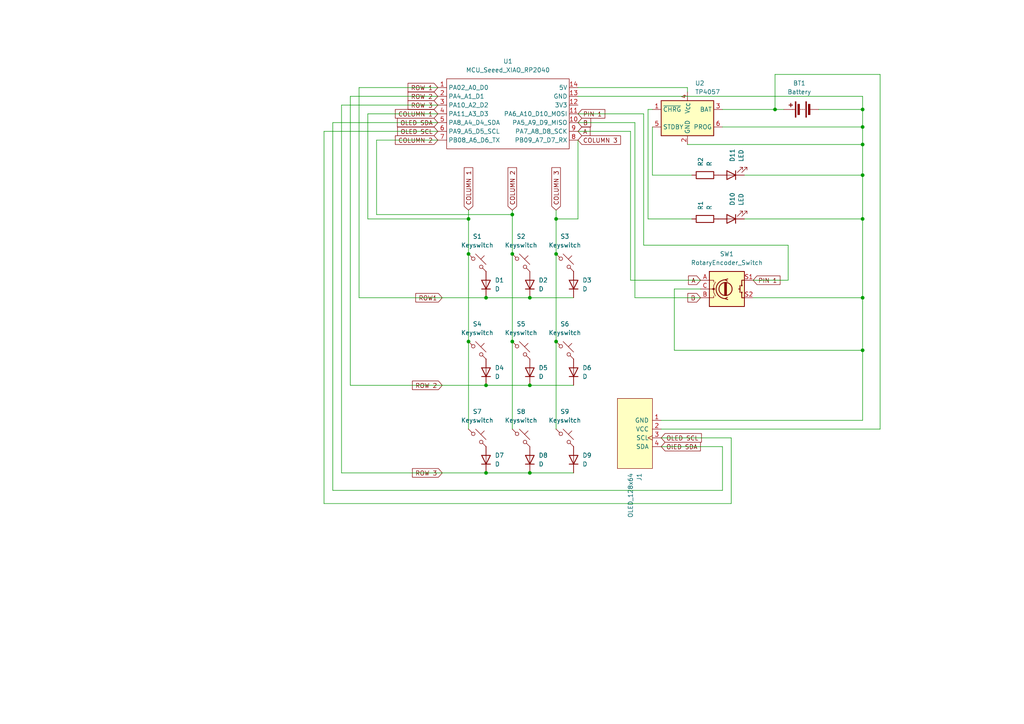
<source format=kicad_sch>
(kicad_sch
	(version 20231120)
	(generator "eeschema")
	(generator_version "8.0")
	(uuid "59e0c567-1f3d-4fb5-88b2-f2d40860f0b3")
	(paper "A4")
	(lib_symbols
		(symbol "Battery_Management:TP4057"
			(exclude_from_sim no)
			(in_bom yes)
			(on_board yes)
			(property "Reference" "U"
				(at -6.35 6.604 0)
				(effects
					(font
						(size 1.27 1.27)
					)
				)
			)
			(property "Value" "TP4057"
				(at 1.524 6.604 0)
				(effects
					(font
						(size 1.27 1.27)
					)
					(justify left)
				)
			)
			(property "Footprint" "Package_TO_SOT_SMD:TSOT-23-6"
				(at 0 -12.7 0)
				(effects
					(font
						(size 1.27 1.27)
					)
					(hide yes)
				)
			)
			(property "Datasheet" "http://toppwr.com/uploadfile/file/20230304/640302a47b738.pdf"
				(at 0 -2.54 0)
				(effects
					(font
						(size 1.27 1.27)
					)
					(hide yes)
				)
			)
			(property "Description" "Constant-current/constant-voltage linear charger for single cell lithium-ion batteries with 2.9V Trickle Charge, 4.5V to 6.5V VDD, -40 to +85 degree Celsius, TSOT-23-6"
				(at 0 0 0)
				(effects
					(font
						(size 1.27 1.27)
					)
					(hide yes)
				)
			)
			(property "ki_keywords" "Constant-current constant-voltage linear charger single-cell lithium-ion battery"
				(at 0 0 0)
				(effects
					(font
						(size 1.27 1.27)
					)
					(hide yes)
				)
			)
			(property "ki_fp_filters" "TSOT?23*"
				(at 0 0 0)
				(effects
					(font
						(size 1.27 1.27)
					)
					(hide yes)
				)
			)
			(symbol "TP4057_0_1"
				(rectangle
					(start -7.62 5.08)
					(end 7.62 -5.08)
					(stroke
						(width 0.254)
						(type default)
					)
					(fill
						(type background)
					)
				)
			)
			(symbol "TP4057_1_1"
				(pin open_collector line
					(at -10.16 2.54 0)
					(length 2.54)
					(name "~{CHRG}"
						(effects
							(font
								(size 1.27 1.27)
							)
						)
					)
					(number "1"
						(effects
							(font
								(size 1.27 1.27)
							)
						)
					)
				)
				(pin power_in line
					(at 0 -7.62 90)
					(length 2.54)
					(name "GND"
						(effects
							(font
								(size 1.27 1.27)
							)
						)
					)
					(number "2"
						(effects
							(font
								(size 1.27 1.27)
							)
						)
					)
				)
				(pin power_out line
					(at 10.16 2.54 180)
					(length 2.54)
					(name "BAT"
						(effects
							(font
								(size 1.27 1.27)
							)
						)
					)
					(number "3"
						(effects
							(font
								(size 1.27 1.27)
							)
						)
					)
				)
				(pin power_in line
					(at 0 7.62 270)
					(length 2.54)
					(name "V_{CC}"
						(effects
							(font
								(size 1.27 1.27)
							)
						)
					)
					(number "4"
						(effects
							(font
								(size 1.27 1.27)
							)
						)
					)
				)
				(pin open_collector line
					(at -10.16 -2.54 0)
					(length 2.54)
					(name "STDBY"
						(effects
							(font
								(size 1.27 1.27)
							)
						)
					)
					(number "5"
						(effects
							(font
								(size 1.27 1.27)
							)
						)
					)
				)
				(pin passive line
					(at 10.16 -2.54 180)
					(length 2.54)
					(name "PROG"
						(effects
							(font
								(size 1.27 1.27)
							)
						)
					)
					(number "6"
						(effects
							(font
								(size 1.27 1.27)
							)
						)
					)
				)
			)
		)
		(symbol "Device:Battery"
			(pin_numbers hide)
			(pin_names
				(offset 0) hide)
			(exclude_from_sim no)
			(in_bom yes)
			(on_board yes)
			(property "Reference" "BT"
				(at 2.54 2.54 0)
				(effects
					(font
						(size 1.27 1.27)
					)
					(justify left)
				)
			)
			(property "Value" "Battery"
				(at 2.54 0 0)
				(effects
					(font
						(size 1.27 1.27)
					)
					(justify left)
				)
			)
			(property "Footprint" ""
				(at 0 1.524 90)
				(effects
					(font
						(size 1.27 1.27)
					)
					(hide yes)
				)
			)
			(property "Datasheet" "~"
				(at 0 1.524 90)
				(effects
					(font
						(size 1.27 1.27)
					)
					(hide yes)
				)
			)
			(property "Description" "Multiple-cell battery"
				(at 0 0 0)
				(effects
					(font
						(size 1.27 1.27)
					)
					(hide yes)
				)
			)
			(property "ki_keywords" "batt voltage-source cell"
				(at 0 0 0)
				(effects
					(font
						(size 1.27 1.27)
					)
					(hide yes)
				)
			)
			(symbol "Battery_0_1"
				(rectangle
					(start -2.286 -1.27)
					(end 2.286 -1.524)
					(stroke
						(width 0)
						(type default)
					)
					(fill
						(type outline)
					)
				)
				(rectangle
					(start -2.286 1.778)
					(end 2.286 1.524)
					(stroke
						(width 0)
						(type default)
					)
					(fill
						(type outline)
					)
				)
				(rectangle
					(start -1.524 -2.032)
					(end 1.524 -2.54)
					(stroke
						(width 0)
						(type default)
					)
					(fill
						(type outline)
					)
				)
				(rectangle
					(start -1.524 1.016)
					(end 1.524 0.508)
					(stroke
						(width 0)
						(type default)
					)
					(fill
						(type outline)
					)
				)
				(polyline
					(pts
						(xy 0 -1.016) (xy 0 -0.762)
					)
					(stroke
						(width 0)
						(type default)
					)
					(fill
						(type none)
					)
				)
				(polyline
					(pts
						(xy 0 -0.508) (xy 0 -0.254)
					)
					(stroke
						(width 0)
						(type default)
					)
					(fill
						(type none)
					)
				)
				(polyline
					(pts
						(xy 0 0) (xy 0 0.254)
					)
					(stroke
						(width 0)
						(type default)
					)
					(fill
						(type none)
					)
				)
				(polyline
					(pts
						(xy 0 1.778) (xy 0 2.54)
					)
					(stroke
						(width 0)
						(type default)
					)
					(fill
						(type none)
					)
				)
				(polyline
					(pts
						(xy 0.762 3.048) (xy 1.778 3.048)
					)
					(stroke
						(width 0.254)
						(type default)
					)
					(fill
						(type none)
					)
				)
				(polyline
					(pts
						(xy 1.27 3.556) (xy 1.27 2.54)
					)
					(stroke
						(width 0.254)
						(type default)
					)
					(fill
						(type none)
					)
				)
			)
			(symbol "Battery_1_1"
				(pin passive line
					(at 0 5.08 270)
					(length 2.54)
					(name "+"
						(effects
							(font
								(size 1.27 1.27)
							)
						)
					)
					(number "1"
						(effects
							(font
								(size 1.27 1.27)
							)
						)
					)
				)
				(pin passive line
					(at 0 -5.08 90)
					(length 2.54)
					(name "-"
						(effects
							(font
								(size 1.27 1.27)
							)
						)
					)
					(number "2"
						(effects
							(font
								(size 1.27 1.27)
							)
						)
					)
				)
			)
		)
		(symbol "Device:D"
			(pin_numbers hide)
			(pin_names
				(offset 1.016) hide)
			(exclude_from_sim no)
			(in_bom yes)
			(on_board yes)
			(property "Reference" "D"
				(at 0 2.54 0)
				(effects
					(font
						(size 1.27 1.27)
					)
				)
			)
			(property "Value" "D"
				(at 0 -2.54 0)
				(effects
					(font
						(size 1.27 1.27)
					)
				)
			)
			(property "Footprint" ""
				(at 0 0 0)
				(effects
					(font
						(size 1.27 1.27)
					)
					(hide yes)
				)
			)
			(property "Datasheet" "~"
				(at 0 0 0)
				(effects
					(font
						(size 1.27 1.27)
					)
					(hide yes)
				)
			)
			(property "Description" "Diode"
				(at 0 0 0)
				(effects
					(font
						(size 1.27 1.27)
					)
					(hide yes)
				)
			)
			(property "Sim.Device" "D"
				(at 0 0 0)
				(effects
					(font
						(size 1.27 1.27)
					)
					(hide yes)
				)
			)
			(property "Sim.Pins" "1=K 2=A"
				(at 0 0 0)
				(effects
					(font
						(size 1.27 1.27)
					)
					(hide yes)
				)
			)
			(property "ki_keywords" "diode"
				(at 0 0 0)
				(effects
					(font
						(size 1.27 1.27)
					)
					(hide yes)
				)
			)
			(property "ki_fp_filters" "TO-???* *_Diode_* *SingleDiode* D_*"
				(at 0 0 0)
				(effects
					(font
						(size 1.27 1.27)
					)
					(hide yes)
				)
			)
			(symbol "D_0_1"
				(polyline
					(pts
						(xy -1.27 1.27) (xy -1.27 -1.27)
					)
					(stroke
						(width 0.254)
						(type default)
					)
					(fill
						(type none)
					)
				)
				(polyline
					(pts
						(xy 1.27 0) (xy -1.27 0)
					)
					(stroke
						(width 0)
						(type default)
					)
					(fill
						(type none)
					)
				)
				(polyline
					(pts
						(xy 1.27 1.27) (xy 1.27 -1.27) (xy -1.27 0) (xy 1.27 1.27)
					)
					(stroke
						(width 0.254)
						(type default)
					)
					(fill
						(type none)
					)
				)
			)
			(symbol "D_1_1"
				(pin passive line
					(at -3.81 0 0)
					(length 2.54)
					(name "K"
						(effects
							(font
								(size 1.27 1.27)
							)
						)
					)
					(number "1"
						(effects
							(font
								(size 1.27 1.27)
							)
						)
					)
				)
				(pin passive line
					(at 3.81 0 180)
					(length 2.54)
					(name "A"
						(effects
							(font
								(size 1.27 1.27)
							)
						)
					)
					(number "2"
						(effects
							(font
								(size 1.27 1.27)
							)
						)
					)
				)
			)
		)
		(symbol "Device:LED"
			(pin_numbers hide)
			(pin_names
				(offset 1.016) hide)
			(exclude_from_sim no)
			(in_bom yes)
			(on_board yes)
			(property "Reference" "D"
				(at 0 2.54 0)
				(effects
					(font
						(size 1.27 1.27)
					)
				)
			)
			(property "Value" "LED"
				(at 0 -2.54 0)
				(effects
					(font
						(size 1.27 1.27)
					)
				)
			)
			(property "Footprint" ""
				(at 0 0 0)
				(effects
					(font
						(size 1.27 1.27)
					)
					(hide yes)
				)
			)
			(property "Datasheet" "~"
				(at 0 0 0)
				(effects
					(font
						(size 1.27 1.27)
					)
					(hide yes)
				)
			)
			(property "Description" "Light emitting diode"
				(at 0 0 0)
				(effects
					(font
						(size 1.27 1.27)
					)
					(hide yes)
				)
			)
			(property "ki_keywords" "LED diode"
				(at 0 0 0)
				(effects
					(font
						(size 1.27 1.27)
					)
					(hide yes)
				)
			)
			(property "ki_fp_filters" "LED* LED_SMD:* LED_THT:*"
				(at 0 0 0)
				(effects
					(font
						(size 1.27 1.27)
					)
					(hide yes)
				)
			)
			(symbol "LED_0_1"
				(polyline
					(pts
						(xy -1.27 -1.27) (xy -1.27 1.27)
					)
					(stroke
						(width 0.254)
						(type default)
					)
					(fill
						(type none)
					)
				)
				(polyline
					(pts
						(xy -1.27 0) (xy 1.27 0)
					)
					(stroke
						(width 0)
						(type default)
					)
					(fill
						(type none)
					)
				)
				(polyline
					(pts
						(xy 1.27 -1.27) (xy 1.27 1.27) (xy -1.27 0) (xy 1.27 -1.27)
					)
					(stroke
						(width 0.254)
						(type default)
					)
					(fill
						(type none)
					)
				)
				(polyline
					(pts
						(xy -3.048 -0.762) (xy -4.572 -2.286) (xy -3.81 -2.286) (xy -4.572 -2.286) (xy -4.572 -1.524)
					)
					(stroke
						(width 0)
						(type default)
					)
					(fill
						(type none)
					)
				)
				(polyline
					(pts
						(xy -1.778 -0.762) (xy -3.302 -2.286) (xy -2.54 -2.286) (xy -3.302 -2.286) (xy -3.302 -1.524)
					)
					(stroke
						(width 0)
						(type default)
					)
					(fill
						(type none)
					)
				)
			)
			(symbol "LED_1_1"
				(pin passive line
					(at -3.81 0 0)
					(length 2.54)
					(name "K"
						(effects
							(font
								(size 1.27 1.27)
							)
						)
					)
					(number "1"
						(effects
							(font
								(size 1.27 1.27)
							)
						)
					)
				)
				(pin passive line
					(at 3.81 0 180)
					(length 2.54)
					(name "A"
						(effects
							(font
								(size 1.27 1.27)
							)
						)
					)
					(number "2"
						(effects
							(font
								(size 1.27 1.27)
							)
						)
					)
				)
			)
		)
		(symbol "Device:R"
			(pin_numbers hide)
			(pin_names
				(offset 0)
			)
			(exclude_from_sim no)
			(in_bom yes)
			(on_board yes)
			(property "Reference" "R"
				(at 2.032 0 90)
				(effects
					(font
						(size 1.27 1.27)
					)
				)
			)
			(property "Value" "R"
				(at 0 0 90)
				(effects
					(font
						(size 1.27 1.27)
					)
				)
			)
			(property "Footprint" ""
				(at -1.778 0 90)
				(effects
					(font
						(size 1.27 1.27)
					)
					(hide yes)
				)
			)
			(property "Datasheet" "~"
				(at 0 0 0)
				(effects
					(font
						(size 1.27 1.27)
					)
					(hide yes)
				)
			)
			(property "Description" "Resistor"
				(at 0 0 0)
				(effects
					(font
						(size 1.27 1.27)
					)
					(hide yes)
				)
			)
			(property "ki_keywords" "R res resistor"
				(at 0 0 0)
				(effects
					(font
						(size 1.27 1.27)
					)
					(hide yes)
				)
			)
			(property "ki_fp_filters" "R_*"
				(at 0 0 0)
				(effects
					(font
						(size 1.27 1.27)
					)
					(hide yes)
				)
			)
			(symbol "R_0_1"
				(rectangle
					(start -1.016 -2.54)
					(end 1.016 2.54)
					(stroke
						(width 0.254)
						(type default)
					)
					(fill
						(type none)
					)
				)
			)
			(symbol "R_1_1"
				(pin passive line
					(at 0 3.81 270)
					(length 1.27)
					(name "~"
						(effects
							(font
								(size 1.27 1.27)
							)
						)
					)
					(number "1"
						(effects
							(font
								(size 1.27 1.27)
							)
						)
					)
				)
				(pin passive line
					(at 0 -3.81 90)
					(length 1.27)
					(name "~"
						(effects
							(font
								(size 1.27 1.27)
							)
						)
					)
					(number "2"
						(effects
							(font
								(size 1.27 1.27)
							)
						)
					)
				)
			)
		)
		(symbol "Device:RotaryEncoder_Switch"
			(pin_names
				(offset 0.254) hide)
			(exclude_from_sim no)
			(in_bom yes)
			(on_board yes)
			(property "Reference" "SW"
				(at 0 6.604 0)
				(effects
					(font
						(size 1.27 1.27)
					)
				)
			)
			(property "Value" "RotaryEncoder_Switch"
				(at 0 -6.604 0)
				(effects
					(font
						(size 1.27 1.27)
					)
				)
			)
			(property "Footprint" ""
				(at -3.81 4.064 0)
				(effects
					(font
						(size 1.27 1.27)
					)
					(hide yes)
				)
			)
			(property "Datasheet" "~"
				(at 0 6.604 0)
				(effects
					(font
						(size 1.27 1.27)
					)
					(hide yes)
				)
			)
			(property "Description" "Rotary encoder, dual channel, incremental quadrate outputs, with switch"
				(at 0 0 0)
				(effects
					(font
						(size 1.27 1.27)
					)
					(hide yes)
				)
			)
			(property "ki_keywords" "rotary switch encoder switch push button"
				(at 0 0 0)
				(effects
					(font
						(size 1.27 1.27)
					)
					(hide yes)
				)
			)
			(property "ki_fp_filters" "RotaryEncoder*Switch*"
				(at 0 0 0)
				(effects
					(font
						(size 1.27 1.27)
					)
					(hide yes)
				)
			)
			(symbol "RotaryEncoder_Switch_0_1"
				(rectangle
					(start -5.08 5.08)
					(end 5.08 -5.08)
					(stroke
						(width 0.254)
						(type default)
					)
					(fill
						(type background)
					)
				)
				(circle
					(center -3.81 0)
					(radius 0.254)
					(stroke
						(width 0)
						(type default)
					)
					(fill
						(type outline)
					)
				)
				(circle
					(center -0.381 0)
					(radius 1.905)
					(stroke
						(width 0.254)
						(type default)
					)
					(fill
						(type none)
					)
				)
				(arc
					(start -0.381 2.667)
					(mid -3.0988 -0.0635)
					(end -0.381 -2.794)
					(stroke
						(width 0.254)
						(type default)
					)
					(fill
						(type none)
					)
				)
				(polyline
					(pts
						(xy -0.635 -1.778) (xy -0.635 1.778)
					)
					(stroke
						(width 0.254)
						(type default)
					)
					(fill
						(type none)
					)
				)
				(polyline
					(pts
						(xy -0.381 -1.778) (xy -0.381 1.778)
					)
					(stroke
						(width 0.254)
						(type default)
					)
					(fill
						(type none)
					)
				)
				(polyline
					(pts
						(xy -0.127 1.778) (xy -0.127 -1.778)
					)
					(stroke
						(width 0.254)
						(type default)
					)
					(fill
						(type none)
					)
				)
				(polyline
					(pts
						(xy 3.81 0) (xy 3.429 0)
					)
					(stroke
						(width 0.254)
						(type default)
					)
					(fill
						(type none)
					)
				)
				(polyline
					(pts
						(xy 3.81 1.016) (xy 3.81 -1.016)
					)
					(stroke
						(width 0.254)
						(type default)
					)
					(fill
						(type none)
					)
				)
				(polyline
					(pts
						(xy -5.08 -2.54) (xy -3.81 -2.54) (xy -3.81 -2.032)
					)
					(stroke
						(width 0)
						(type default)
					)
					(fill
						(type none)
					)
				)
				(polyline
					(pts
						(xy -5.08 2.54) (xy -3.81 2.54) (xy -3.81 2.032)
					)
					(stroke
						(width 0)
						(type default)
					)
					(fill
						(type none)
					)
				)
				(polyline
					(pts
						(xy 0.254 -3.048) (xy -0.508 -2.794) (xy 0.127 -2.413)
					)
					(stroke
						(width 0.254)
						(type default)
					)
					(fill
						(type none)
					)
				)
				(polyline
					(pts
						(xy 0.254 2.921) (xy -0.508 2.667) (xy 0.127 2.286)
					)
					(stroke
						(width 0.254)
						(type default)
					)
					(fill
						(type none)
					)
				)
				(polyline
					(pts
						(xy 5.08 -2.54) (xy 4.318 -2.54) (xy 4.318 -1.016)
					)
					(stroke
						(width 0.254)
						(type default)
					)
					(fill
						(type none)
					)
				)
				(polyline
					(pts
						(xy 5.08 2.54) (xy 4.318 2.54) (xy 4.318 1.016)
					)
					(stroke
						(width 0.254)
						(type default)
					)
					(fill
						(type none)
					)
				)
				(polyline
					(pts
						(xy -5.08 0) (xy -3.81 0) (xy -3.81 -1.016) (xy -3.302 -2.032)
					)
					(stroke
						(width 0)
						(type default)
					)
					(fill
						(type none)
					)
				)
				(polyline
					(pts
						(xy -4.318 0) (xy -3.81 0) (xy -3.81 1.016) (xy -3.302 2.032)
					)
					(stroke
						(width 0)
						(type default)
					)
					(fill
						(type none)
					)
				)
				(circle
					(center 4.318 -1.016)
					(radius 0.127)
					(stroke
						(width 0.254)
						(type default)
					)
					(fill
						(type none)
					)
				)
				(circle
					(center 4.318 1.016)
					(radius 0.127)
					(stroke
						(width 0.254)
						(type default)
					)
					(fill
						(type none)
					)
				)
			)
			(symbol "RotaryEncoder_Switch_1_1"
				(pin passive line
					(at -7.62 2.54 0)
					(length 2.54)
					(name "A"
						(effects
							(font
								(size 1.27 1.27)
							)
						)
					)
					(number "A"
						(effects
							(font
								(size 1.27 1.27)
							)
						)
					)
				)
				(pin passive line
					(at -7.62 -2.54 0)
					(length 2.54)
					(name "B"
						(effects
							(font
								(size 1.27 1.27)
							)
						)
					)
					(number "B"
						(effects
							(font
								(size 1.27 1.27)
							)
						)
					)
				)
				(pin passive line
					(at -7.62 0 0)
					(length 2.54)
					(name "C"
						(effects
							(font
								(size 1.27 1.27)
							)
						)
					)
					(number "C"
						(effects
							(font
								(size 1.27 1.27)
							)
						)
					)
				)
				(pin passive line
					(at 7.62 2.54 180)
					(length 2.54)
					(name "S1"
						(effects
							(font
								(size 1.27 1.27)
							)
						)
					)
					(number "S1"
						(effects
							(font
								(size 1.27 1.27)
							)
						)
					)
				)
				(pin passive line
					(at 7.62 -2.54 180)
					(length 2.54)
					(name "S2"
						(effects
							(font
								(size 1.27 1.27)
							)
						)
					)
					(number "S2"
						(effects
							(font
								(size 1.27 1.27)
							)
						)
					)
				)
			)
		)
		(symbol "ScottoKeebs:MCU_Seeed_XIAO_RP2040"
			(exclude_from_sim no)
			(in_bom yes)
			(on_board yes)
			(property "Reference" "U"
				(at -16.51 11.43 0)
				(effects
					(font
						(size 1.27 1.27)
					)
				)
			)
			(property "Value" "MCU_Seeed_XIAO_RP2040"
				(at -3.81 -11.43 0)
				(effects
					(font
						(size 1.27 1.27)
					)
				)
			)
			(property "Footprint" ""
				(at -16.51 2.54 0)
				(effects
					(font
						(size 1.27 1.27)
					)
					(hide yes)
				)
			)
			(property "Datasheet" ""
				(at -16.51 2.54 0)
				(effects
					(font
						(size 1.27 1.27)
					)
					(hide yes)
				)
			)
			(property "Description" ""
				(at 0 0 0)
				(effects
					(font
						(size 1.27 1.27)
					)
					(hide yes)
				)
			)
			(symbol "MCU_Seeed_XIAO_RP2040_0_1"
				(rectangle
					(start -16.51 10.16)
					(end 19.05 -10.16)
					(stroke
						(width 0)
						(type default)
					)
					(fill
						(type none)
					)
				)
			)
			(symbol "MCU_Seeed_XIAO_RP2040_1_1"
				(pin passive line
					(at -19.05 7.62 0)
					(length 2.54)
					(name "PA02_A0_D0"
						(effects
							(font
								(size 1.27 1.27)
							)
						)
					)
					(number "1"
						(effects
							(font
								(size 1.27 1.27)
							)
						)
					)
				)
				(pin passive line
					(at 21.59 -2.54 180)
					(length 2.54)
					(name "PA5_A9_D9_MISO"
						(effects
							(font
								(size 1.27 1.27)
							)
						)
					)
					(number "10"
						(effects
							(font
								(size 1.27 1.27)
							)
						)
					)
				)
				(pin passive line
					(at 21.59 0 180)
					(length 2.54)
					(name "PA6_A10_D10_MOSI"
						(effects
							(font
								(size 1.27 1.27)
							)
						)
					)
					(number "11"
						(effects
							(font
								(size 1.27 1.27)
							)
						)
					)
				)
				(pin passive line
					(at 21.59 2.54 180)
					(length 2.54)
					(name "3V3"
						(effects
							(font
								(size 1.27 1.27)
							)
						)
					)
					(number "12"
						(effects
							(font
								(size 1.27 1.27)
							)
						)
					)
				)
				(pin passive line
					(at 21.59 5.08 180)
					(length 2.54)
					(name "GND"
						(effects
							(font
								(size 1.27 1.27)
							)
						)
					)
					(number "13"
						(effects
							(font
								(size 1.27 1.27)
							)
						)
					)
				)
				(pin passive line
					(at 21.59 7.62 180)
					(length 2.54)
					(name "5V"
						(effects
							(font
								(size 1.27 1.27)
							)
						)
					)
					(number "14"
						(effects
							(font
								(size 1.27 1.27)
							)
						)
					)
				)
				(pin passive line
					(at -19.05 5.08 0)
					(length 2.54)
					(name "PA4_A1_D1"
						(effects
							(font
								(size 1.27 1.27)
							)
						)
					)
					(number "2"
						(effects
							(font
								(size 1.27 1.27)
							)
						)
					)
				)
				(pin passive line
					(at -19.05 2.54 0)
					(length 2.54)
					(name "PA10_A2_D2"
						(effects
							(font
								(size 1.27 1.27)
							)
						)
					)
					(number "3"
						(effects
							(font
								(size 1.27 1.27)
							)
						)
					)
				)
				(pin passive line
					(at -19.05 0 0)
					(length 2.54)
					(name "PA11_A3_D3"
						(effects
							(font
								(size 1.27 1.27)
							)
						)
					)
					(number "4"
						(effects
							(font
								(size 1.27 1.27)
							)
						)
					)
				)
				(pin passive line
					(at -19.05 -2.54 0)
					(length 2.54)
					(name "PA8_A4_D4_SDA"
						(effects
							(font
								(size 1.27 1.27)
							)
						)
					)
					(number "5"
						(effects
							(font
								(size 1.27 1.27)
							)
						)
					)
				)
				(pin passive line
					(at -19.05 -5.08 0)
					(length 2.54)
					(name "PA9_A5_D5_SCL"
						(effects
							(font
								(size 1.27 1.27)
							)
						)
					)
					(number "6"
						(effects
							(font
								(size 1.27 1.27)
							)
						)
					)
				)
				(pin passive line
					(at -19.05 -7.62 0)
					(length 2.54)
					(name "PB08_A6_D6_TX"
						(effects
							(font
								(size 1.27 1.27)
							)
						)
					)
					(number "7"
						(effects
							(font
								(size 1.27 1.27)
							)
						)
					)
				)
				(pin passive line
					(at 21.59 -7.62 180)
					(length 2.54)
					(name "PB09_A7_D7_RX"
						(effects
							(font
								(size 1.27 1.27)
							)
						)
					)
					(number "8"
						(effects
							(font
								(size 1.27 1.27)
							)
						)
					)
				)
				(pin passive line
					(at 21.59 -5.08 180)
					(length 2.54)
					(name "PA7_A8_D8_SCK"
						(effects
							(font
								(size 1.27 1.27)
							)
						)
					)
					(number "9"
						(effects
							(font
								(size 1.27 1.27)
							)
						)
					)
				)
			)
		)
		(symbol "ScottoKeebs:OLED_128x64"
			(pin_names
				(offset 1.016)
			)
			(exclude_from_sim no)
			(in_bom yes)
			(on_board yes)
			(property "Reference" "J"
				(at 0 -11.43 0)
				(effects
					(font
						(size 1.27 1.27)
					)
				)
			)
			(property "Value" "OLED_128x64"
				(at 0 -7.62 0)
				(effects
					(font
						(size 1.27 1.27)
					)
				)
			)
			(property "Footprint" "ScottoKeebs_Components:OLED_128x64"
				(at 0 -13.97 0)
				(effects
					(font
						(size 1.27 1.27)
					)
					(hide yes)
				)
			)
			(property "Datasheet" ""
				(at 1.27 0 90)
				(effects
					(font
						(size 1.27 1.27)
					)
					(hide yes)
				)
			)
			(property "Description" ""
				(at 0 0 0)
				(effects
					(font
						(size 1.27 1.27)
					)
					(hide yes)
				)
			)
			(symbol "OLED_128x64_0_1"
				(rectangle
					(start 10.16 -10.16)
					(end -10.16 0)
					(stroke
						(width 0)
						(type default)
					)
					(fill
						(type background)
					)
				)
			)
			(symbol "OLED_128x64_1_1"
				(pin power_in line
					(at -3.81 2.54 270)
					(length 2.54)
					(name "GND"
						(effects
							(font
								(size 1.27 1.27)
							)
						)
					)
					(number "1"
						(effects
							(font
								(size 1.27 1.27)
							)
						)
					)
				)
				(pin power_in line
					(at -1.27 2.54 270)
					(length 2.54)
					(name "VCC"
						(effects
							(font
								(size 1.27 1.27)
							)
						)
					)
					(number "2"
						(effects
							(font
								(size 1.27 1.27)
							)
						)
					)
				)
				(pin input clock
					(at 1.27 2.54 270)
					(length 2.54)
					(name "SCL"
						(effects
							(font
								(size 1.27 1.27)
							)
						)
					)
					(number "3"
						(effects
							(font
								(size 1.27 1.27)
							)
						)
					)
				)
				(pin bidirectional line
					(at 3.81 2.54 270)
					(length 2.54)
					(name "SDA"
						(effects
							(font
								(size 1.27 1.27)
							)
						)
					)
					(number "4"
						(effects
							(font
								(size 1.27 1.27)
							)
						)
					)
				)
			)
		)
		(symbol "ScottoKeebs:Placeholder_Keyswitch"
			(pin_numbers hide)
			(pin_names
				(offset 1.016) hide)
			(exclude_from_sim no)
			(in_bom yes)
			(on_board yes)
			(property "Reference" "S"
				(at 3.048 1.016 0)
				(effects
					(font
						(size 1.27 1.27)
					)
					(justify left)
				)
			)
			(property "Value" "Keyswitch"
				(at 0 -3.81 0)
				(effects
					(font
						(size 1.27 1.27)
					)
				)
			)
			(property "Footprint" ""
				(at 0 0 0)
				(effects
					(font
						(size 1.27 1.27)
					)
					(hide yes)
				)
			)
			(property "Datasheet" "~"
				(at 0 0 0)
				(effects
					(font
						(size 1.27 1.27)
					)
					(hide yes)
				)
			)
			(property "Description" "Push button switch, normally open, two pins, 45° tilted"
				(at 0 0 0)
				(effects
					(font
						(size 1.27 1.27)
					)
					(hide yes)
				)
			)
			(property "ki_keywords" "switch normally-open pushbutton push-button"
				(at 0 0 0)
				(effects
					(font
						(size 1.27 1.27)
					)
					(hide yes)
				)
			)
			(symbol "Placeholder_Keyswitch_0_1"
				(circle
					(center -1.1684 1.1684)
					(radius 0.508)
					(stroke
						(width 0)
						(type default)
					)
					(fill
						(type none)
					)
				)
				(polyline
					(pts
						(xy -0.508 2.54) (xy 2.54 -0.508)
					)
					(stroke
						(width 0)
						(type default)
					)
					(fill
						(type none)
					)
				)
				(polyline
					(pts
						(xy 1.016 1.016) (xy 2.032 2.032)
					)
					(stroke
						(width 0)
						(type default)
					)
					(fill
						(type none)
					)
				)
				(polyline
					(pts
						(xy -2.54 2.54) (xy -1.524 1.524) (xy -1.524 1.524)
					)
					(stroke
						(width 0)
						(type default)
					)
					(fill
						(type none)
					)
				)
				(polyline
					(pts
						(xy 1.524 -1.524) (xy 2.54 -2.54) (xy 2.54 -2.54) (xy 2.54 -2.54)
					)
					(stroke
						(width 0)
						(type default)
					)
					(fill
						(type none)
					)
				)
				(circle
					(center 1.143 -1.1938)
					(radius 0.508)
					(stroke
						(width 0)
						(type default)
					)
					(fill
						(type none)
					)
				)
				(pin passive line
					(at -2.54 2.54 0)
					(length 0)
					(name "1"
						(effects
							(font
								(size 1.27 1.27)
							)
						)
					)
					(number "1"
						(effects
							(font
								(size 1.27 1.27)
							)
						)
					)
				)
				(pin passive line
					(at 2.54 -2.54 180)
					(length 0)
					(name "2"
						(effects
							(font
								(size 1.27 1.27)
							)
						)
					)
					(number "2"
						(effects
							(font
								(size 1.27 1.27)
							)
						)
					)
				)
			)
		)
	)
	(junction
		(at 224.79 31.75)
		(diameter 0)
		(color 0 0 0 0)
		(uuid "122cbe3f-df84-490f-bfc6-46f37a90ebdc")
	)
	(junction
		(at 250.19 86.36)
		(diameter 0)
		(color 0 0 0 0)
		(uuid "35bd6f07-89d4-4b30-bceb-5adf4244b460")
	)
	(junction
		(at 250.19 63.5)
		(diameter 0)
		(color 0 0 0 0)
		(uuid "40e09204-53b7-489a-84ac-0cf09c12d104")
	)
	(junction
		(at 140.97 137.16)
		(diameter 0)
		(color 0 0 0 0)
		(uuid "42c47ab6-4edc-454d-862c-17ff992cc1e3")
	)
	(junction
		(at 153.67 137.16)
		(diameter 0)
		(color 0 0 0 0)
		(uuid "5cf22e4b-49fb-4f7e-a8c2-a7d5081b48da")
	)
	(junction
		(at 250.19 50.8)
		(diameter 0)
		(color 0 0 0 0)
		(uuid "5e942a73-1d61-4fd9-a99a-5ba4705aad6a")
	)
	(junction
		(at 135.89 63.5)
		(diameter 0)
		(color 0 0 0 0)
		(uuid "6268d8e7-9ac8-40f5-bf94-bc6774128868")
	)
	(junction
		(at 140.97 86.36)
		(diameter 0)
		(color 0 0 0 0)
		(uuid "69400c9a-0eeb-4e51-baca-281e44dd8c7e")
	)
	(junction
		(at 135.89 99.06)
		(diameter 0)
		(color 0 0 0 0)
		(uuid "6b7f2dfa-5a56-4f37-802e-dcd55414f075")
	)
	(junction
		(at 153.67 86.36)
		(diameter 0)
		(color 0 0 0 0)
		(uuid "6c86fa15-e691-47e7-b9e4-e77e8b57737a")
	)
	(junction
		(at 250.19 36.83)
		(diameter 0)
		(color 0 0 0 0)
		(uuid "7e202603-6554-4e29-aaf0-36944f463d55")
	)
	(junction
		(at 161.29 73.66)
		(diameter 0)
		(color 0 0 0 0)
		(uuid "88840a38-ff21-41b0-bf1e-a4dd41201164")
	)
	(junction
		(at 250.19 31.75)
		(diameter 0)
		(color 0 0 0 0)
		(uuid "9051b31e-b9ff-4ea1-b9dc-b28233236012")
	)
	(junction
		(at 250.19 101.6)
		(diameter 0)
		(color 0 0 0 0)
		(uuid "95cad85e-1f77-43f3-b4f1-b2e2b3c16932")
	)
	(junction
		(at 161.29 63.5)
		(diameter 0)
		(color 0 0 0 0)
		(uuid "9fdc5167-e02b-4ead-944a-01ea7e5d5812")
	)
	(junction
		(at 250.19 41.91)
		(diameter 0)
		(color 0 0 0 0)
		(uuid "b50a651e-88ea-4c0d-bd37-ad92f54d47ec")
	)
	(junction
		(at 148.59 73.66)
		(diameter 0)
		(color 0 0 0 0)
		(uuid "dca43def-9509-4da7-add6-fba9f0864e09")
	)
	(junction
		(at 161.29 99.06)
		(diameter 0)
		(color 0 0 0 0)
		(uuid "e73065c1-9f16-4ab0-9ca3-898985cd1fb3")
	)
	(junction
		(at 148.59 99.06)
		(diameter 0)
		(color 0 0 0 0)
		(uuid "e7ad2fcb-aa3b-427c-bc59-43051614f401")
	)
	(junction
		(at 148.59 62.23)
		(diameter 0)
		(color 0 0 0 0)
		(uuid "f8a17f5e-6617-45df-b48f-017881dae2c8")
	)
	(junction
		(at 140.97 111.76)
		(diameter 0)
		(color 0 0 0 0)
		(uuid "fc3fa4e3-3585-485d-be65-876fefd1dea1")
	)
	(junction
		(at 135.89 73.66)
		(diameter 0)
		(color 0 0 0 0)
		(uuid "fc4bd2d1-7c70-435c-9b0b-8a156fcfd5de")
	)
	(junction
		(at 153.67 111.76)
		(diameter 0)
		(color 0 0 0 0)
		(uuid "ffd87551-7f98-44d4-8487-3d8a99c03e10")
	)
	(wire
		(pts
			(xy 209.55 36.83) (xy 250.19 36.83)
		)
		(stroke
			(width 0)
			(type default)
		)
		(uuid "03477beb-0b97-45fa-b844-d86f719032c0")
	)
	(wire
		(pts
			(xy 101.6 27.94) (xy 101.6 111.76)
		)
		(stroke
			(width 0)
			(type default)
		)
		(uuid "0460ba80-9b07-436f-8924-e55c3e8d415a")
	)
	(wire
		(pts
			(xy 127 30.48) (xy 99.06 30.48)
		)
		(stroke
			(width 0)
			(type default)
		)
		(uuid "0674b17e-20fa-4c31-97a1-e13c5a5e793e")
	)
	(wire
		(pts
			(xy 255.27 21.59) (xy 224.79 21.59)
		)
		(stroke
			(width 0)
			(type default)
		)
		(uuid "084e06c0-8242-45f1-89e6-271206daff0b")
	)
	(wire
		(pts
			(xy 127 27.94) (xy 101.6 27.94)
		)
		(stroke
			(width 0)
			(type default)
		)
		(uuid "119afd00-f81c-4a52-9207-297de3950b27")
	)
	(wire
		(pts
			(xy 186.69 33.02) (xy 186.69 71.12)
		)
		(stroke
			(width 0)
			(type default)
		)
		(uuid "12a91b84-4b9a-493d-9fef-773145575187")
	)
	(wire
		(pts
			(xy 237.49 31.75) (xy 250.19 31.75)
		)
		(stroke
			(width 0)
			(type default)
		)
		(uuid "15234563-edf1-4e85-af1f-03cb8ba1a1e4")
	)
	(wire
		(pts
			(xy 93.98 146.05) (xy 212.09 146.05)
		)
		(stroke
			(width 0)
			(type default)
		)
		(uuid "1853ad02-414f-49e8-a7d1-cf5b16e7089f")
	)
	(wire
		(pts
			(xy 93.98 38.1) (xy 93.98 146.05)
		)
		(stroke
			(width 0)
			(type default)
		)
		(uuid "1d52e768-a8ae-44fe-8a17-3f4ffb087535")
	)
	(wire
		(pts
			(xy 106.68 33.02) (xy 106.68 63.5)
		)
		(stroke
			(width 0)
			(type default)
		)
		(uuid "25d28503-fff3-41b9-ab6b-3b2a281e7de2")
	)
	(wire
		(pts
			(xy 167.64 27.94) (xy 250.19 27.94)
		)
		(stroke
			(width 0)
			(type default)
		)
		(uuid "27f6408c-04e0-4255-b4fc-bbac71b78f72")
	)
	(wire
		(pts
			(xy 135.89 60.96) (xy 135.89 63.5)
		)
		(stroke
			(width 0)
			(type default)
		)
		(uuid "299fbbcf-4cd7-4309-b62f-3026956b65c7")
	)
	(wire
		(pts
			(xy 106.68 63.5) (xy 135.89 63.5)
		)
		(stroke
			(width 0)
			(type default)
		)
		(uuid "2dc7710f-7794-4532-963a-f89579363520")
	)
	(wire
		(pts
			(xy 212.09 127) (xy 191.77 127)
		)
		(stroke
			(width 0)
			(type default)
		)
		(uuid "2dd6d52b-92eb-4b25-9ec7-70d8b0270108")
	)
	(wire
		(pts
			(xy 187.96 63.5) (xy 200.66 63.5)
		)
		(stroke
			(width 0)
			(type default)
		)
		(uuid "2e907168-fcbc-4d2d-be11-8867403d0e73")
	)
	(wire
		(pts
			(xy 127 35.56) (xy 96.52 35.56)
		)
		(stroke
			(width 0)
			(type default)
		)
		(uuid "3206234e-449d-43fb-8c0b-459e760956db")
	)
	(wire
		(pts
			(xy 104.14 25.4) (xy 104.14 86.36)
		)
		(stroke
			(width 0)
			(type default)
		)
		(uuid "336c0e47-ad0c-4c4e-b8d0-2f6457ed97df")
	)
	(wire
		(pts
			(xy 224.79 21.59) (xy 224.79 31.75)
		)
		(stroke
			(width 0)
			(type default)
		)
		(uuid "34bcb2f5-5954-43f8-a8f2-557f041fecdc")
	)
	(wire
		(pts
			(xy 148.59 99.06) (xy 148.59 124.46)
		)
		(stroke
			(width 0)
			(type default)
		)
		(uuid "3e1157c6-1d6a-417d-af5f-0b890d58fe1f")
	)
	(wire
		(pts
			(xy 167.64 40.64) (xy 167.64 63.5)
		)
		(stroke
			(width 0)
			(type default)
		)
		(uuid "42597185-0767-4653-ac42-b74701b4c354")
	)
	(wire
		(pts
			(xy 96.52 35.56) (xy 96.52 142.24)
		)
		(stroke
			(width 0)
			(type default)
		)
		(uuid "436a3dbd-dfff-4619-8b60-dfeab17c07fd")
	)
	(wire
		(pts
			(xy 250.19 41.91) (xy 250.19 50.8)
		)
		(stroke
			(width 0)
			(type default)
		)
		(uuid "43d8f976-1dcd-47cf-8d8c-6fa6d6ba9d73")
	)
	(wire
		(pts
			(xy 189.23 50.8) (xy 200.66 50.8)
		)
		(stroke
			(width 0)
			(type default)
		)
		(uuid "44a39fc4-a09d-4bd5-ba77-908f3ef65cfb")
	)
	(wire
		(pts
			(xy 135.89 99.06) (xy 135.89 124.46)
		)
		(stroke
			(width 0)
			(type default)
		)
		(uuid "44aa7bc7-083b-4bb0-8885-ad6d699a1c36")
	)
	(wire
		(pts
			(xy 140.97 137.16) (xy 153.67 137.16)
		)
		(stroke
			(width 0)
			(type default)
		)
		(uuid "46c82394-48d8-49ac-824f-f49586c80bb7")
	)
	(wire
		(pts
			(xy 228.6 81.28) (xy 218.44 81.28)
		)
		(stroke
			(width 0)
			(type default)
		)
		(uuid "492db269-5e5c-4b8e-b329-a7301b5fbf8c")
	)
	(wire
		(pts
			(xy 215.9 50.8) (xy 250.19 50.8)
		)
		(stroke
			(width 0)
			(type default)
		)
		(uuid "4936c61b-a34e-4969-98ea-c9b0d7a55e86")
	)
	(wire
		(pts
			(xy 250.19 101.6) (xy 250.19 121.92)
		)
		(stroke
			(width 0)
			(type default)
		)
		(uuid "49a6f1a4-31ea-4cc8-9917-9924487e3d47")
	)
	(wire
		(pts
			(xy 127 25.4) (xy 104.14 25.4)
		)
		(stroke
			(width 0)
			(type default)
		)
		(uuid "4da6251d-4b03-4f26-9386-adba769e27bb")
	)
	(wire
		(pts
			(xy 167.64 35.56) (xy 184.15 35.56)
		)
		(stroke
			(width 0)
			(type default)
		)
		(uuid "53b05745-9834-4695-8628-eeaa456fc33b")
	)
	(wire
		(pts
			(xy 250.19 63.5) (xy 250.19 86.36)
		)
		(stroke
			(width 0)
			(type default)
		)
		(uuid "53e31d1a-ceb0-44f0-828a-83089a9f9564")
	)
	(wire
		(pts
			(xy 140.97 86.36) (xy 153.67 86.36)
		)
		(stroke
			(width 0)
			(type default)
		)
		(uuid "5cdbf94a-7383-4297-8342-b904db438290")
	)
	(wire
		(pts
			(xy 140.97 111.76) (xy 153.67 111.76)
		)
		(stroke
			(width 0)
			(type default)
		)
		(uuid "5cf1bf79-f0cc-4fd9-b37b-f956eefb9793")
	)
	(wire
		(pts
			(xy 199.39 25.4) (xy 167.64 25.4)
		)
		(stroke
			(width 0)
			(type default)
		)
		(uuid "63573edc-89d8-460d-b6c6-98bd6e342077")
	)
	(wire
		(pts
			(xy 250.19 31.75) (xy 250.19 36.83)
		)
		(stroke
			(width 0)
			(type default)
		)
		(uuid "651b3b75-fa14-4dde-8e88-812b0dbd2820")
	)
	(wire
		(pts
			(xy 187.96 31.75) (xy 187.96 63.5)
		)
		(stroke
			(width 0)
			(type default)
		)
		(uuid "689a254f-0cf6-48e0-b3e3-9ac68643c23d")
	)
	(wire
		(pts
			(xy 203.2 83.82) (xy 195.58 83.82)
		)
		(stroke
			(width 0)
			(type default)
		)
		(uuid "6cc8ce35-3df9-4e72-80b1-f7bc14c7fb1f")
	)
	(wire
		(pts
			(xy 109.22 40.64) (xy 127 40.64)
		)
		(stroke
			(width 0)
			(type default)
		)
		(uuid "71758858-606c-4d88-877c-7a3fcfa8fdfc")
	)
	(wire
		(pts
			(xy 135.89 73.66) (xy 135.89 99.06)
		)
		(stroke
			(width 0)
			(type default)
		)
		(uuid "7298af3a-f8b5-4514-affd-60429fb0a77a")
	)
	(wire
		(pts
			(xy 161.29 60.96) (xy 161.29 63.5)
		)
		(stroke
			(width 0)
			(type default)
		)
		(uuid "774ded98-f131-40b2-8675-42e6593077de")
	)
	(wire
		(pts
			(xy 161.29 73.66) (xy 161.29 99.06)
		)
		(stroke
			(width 0)
			(type default)
		)
		(uuid "77da9a38-de0f-409b-ae87-9ac8b97f876c")
	)
	(wire
		(pts
			(xy 127 38.1) (xy 93.98 38.1)
		)
		(stroke
			(width 0)
			(type default)
		)
		(uuid "7dba17e1-e16f-4ee9-ba2a-9385c9bb760c")
	)
	(wire
		(pts
			(xy 127 33.02) (xy 106.68 33.02)
		)
		(stroke
			(width 0)
			(type default)
		)
		(uuid "7f5835ee-f8ad-4c75-a79b-78d08d27a6e8")
	)
	(wire
		(pts
			(xy 182.88 38.1) (xy 167.64 38.1)
		)
		(stroke
			(width 0)
			(type default)
		)
		(uuid "7ff15dc1-3da4-46bd-b900-75b1b94ad9e1")
	)
	(wire
		(pts
			(xy 215.9 63.5) (xy 250.19 63.5)
		)
		(stroke
			(width 0)
			(type default)
		)
		(uuid "8300ffd5-3562-4f4b-a4ca-9305917bd442")
	)
	(wire
		(pts
			(xy 203.2 81.28) (xy 182.88 81.28)
		)
		(stroke
			(width 0)
			(type default)
		)
		(uuid "83c1ed4f-f91f-4808-892a-0245a8c4c01d")
	)
	(wire
		(pts
			(xy 209.55 31.75) (xy 224.79 31.75)
		)
		(stroke
			(width 0)
			(type default)
		)
		(uuid "84140b7e-31ad-4dc2-9afb-59704331b3bf")
	)
	(wire
		(pts
			(xy 209.55 129.54) (xy 191.77 129.54)
		)
		(stroke
			(width 0)
			(type default)
		)
		(uuid "85e8e481-884f-4fc4-93fc-bc38f9ed7308")
	)
	(wire
		(pts
			(xy 250.19 50.8) (xy 250.19 63.5)
		)
		(stroke
			(width 0)
			(type default)
		)
		(uuid "8a6633c0-9b0c-4965-b6a1-80527e13f2a9")
	)
	(wire
		(pts
			(xy 99.06 137.16) (xy 140.97 137.16)
		)
		(stroke
			(width 0)
			(type default)
		)
		(uuid "8be36f0d-d4bc-4020-b080-a9d424849afe")
	)
	(wire
		(pts
			(xy 184.15 86.36) (xy 203.2 86.36)
		)
		(stroke
			(width 0)
			(type default)
		)
		(uuid "8c85eccb-9add-4fc4-9442-6f5e82b11949")
	)
	(wire
		(pts
			(xy 189.23 36.83) (xy 189.23 50.8)
		)
		(stroke
			(width 0)
			(type default)
		)
		(uuid "8f6968da-2e68-4bcf-9288-35f04ceb1848")
	)
	(wire
		(pts
			(xy 153.67 111.76) (xy 166.37 111.76)
		)
		(stroke
			(width 0)
			(type default)
		)
		(uuid "901807bd-2606-45e3-aa9a-8be7a54c14c9")
	)
	(wire
		(pts
			(xy 250.19 121.92) (xy 191.77 121.92)
		)
		(stroke
			(width 0)
			(type default)
		)
		(uuid "93e52fe2-02d7-4d6a-953b-8631e5405a8f")
	)
	(wire
		(pts
			(xy 161.29 99.06) (xy 161.29 124.46)
		)
		(stroke
			(width 0)
			(type default)
		)
		(uuid "93ec28b6-573d-48d6-ae7b-57a0e705c1a5")
	)
	(wire
		(pts
			(xy 148.59 60.96) (xy 148.59 62.23)
		)
		(stroke
			(width 0)
			(type default)
		)
		(uuid "971d9ed0-3ce2-4491-92c0-80baa4453ac9")
	)
	(wire
		(pts
			(xy 209.55 142.24) (xy 209.55 129.54)
		)
		(stroke
			(width 0)
			(type default)
		)
		(uuid "9d2d5961-0c2b-464c-8565-4d17f4fc4489")
	)
	(wire
		(pts
			(xy 182.88 81.28) (xy 182.88 38.1)
		)
		(stroke
			(width 0)
			(type default)
		)
		(uuid "a2d2bdcf-fdad-481c-9414-f62f08567d61")
	)
	(wire
		(pts
			(xy 148.59 73.66) (xy 148.59 99.06)
		)
		(stroke
			(width 0)
			(type default)
		)
		(uuid "a8521278-88fe-4c0a-b853-f8b9c16fd6d3")
	)
	(wire
		(pts
			(xy 153.67 86.36) (xy 166.37 86.36)
		)
		(stroke
			(width 0)
			(type default)
		)
		(uuid "afd648d6-5d28-406b-a0dd-c4e6bef66f38")
	)
	(wire
		(pts
			(xy 199.39 41.91) (xy 250.19 41.91)
		)
		(stroke
			(width 0)
			(type default)
		)
		(uuid "b627266b-33c9-4d3f-b7aa-0045005146f4")
	)
	(wire
		(pts
			(xy 135.89 63.5) (xy 135.89 73.66)
		)
		(stroke
			(width 0)
			(type default)
		)
		(uuid "b9518b18-9225-47fd-ab37-c0355f0c6e5b")
	)
	(wire
		(pts
			(xy 218.44 86.36) (xy 250.19 86.36)
		)
		(stroke
			(width 0)
			(type default)
		)
		(uuid "b995dd35-a64b-480a-ae0f-fc226bf379e5")
	)
	(wire
		(pts
			(xy 195.58 101.6) (xy 250.19 101.6)
		)
		(stroke
			(width 0)
			(type default)
		)
		(uuid "bbc74d48-bad1-47a7-b058-d146d82823ac")
	)
	(wire
		(pts
			(xy 101.6 111.76) (xy 140.97 111.76)
		)
		(stroke
			(width 0)
			(type default)
		)
		(uuid "c5e5e7b8-486e-4411-8837-7eb5bcbf8186")
	)
	(wire
		(pts
			(xy 255.27 124.46) (xy 255.27 21.59)
		)
		(stroke
			(width 0)
			(type default)
		)
		(uuid "c807282e-3bbd-4f16-95e7-a267cd6f63c1")
	)
	(wire
		(pts
			(xy 191.77 124.46) (xy 255.27 124.46)
		)
		(stroke
			(width 0)
			(type default)
		)
		(uuid "d1e03870-9383-4f9f-973f-16406d983941")
	)
	(wire
		(pts
			(xy 148.59 62.23) (xy 148.59 73.66)
		)
		(stroke
			(width 0)
			(type default)
		)
		(uuid "d58adb15-e4d4-4bc8-b4aa-7a2b8ccadf8d")
	)
	(wire
		(pts
			(xy 104.14 86.36) (xy 140.97 86.36)
		)
		(stroke
			(width 0)
			(type default)
		)
		(uuid "d628e05e-3449-4ec2-afc7-b50a0f384aa5")
	)
	(wire
		(pts
			(xy 250.19 27.94) (xy 250.19 31.75)
		)
		(stroke
			(width 0)
			(type default)
		)
		(uuid "d92c9445-e721-41f1-a3de-cab27b1c12b4")
	)
	(wire
		(pts
			(xy 109.22 62.23) (xy 109.22 40.64)
		)
		(stroke
			(width 0)
			(type default)
		)
		(uuid "d94e635a-f080-4062-9925-7922a5ccb12c")
	)
	(wire
		(pts
			(xy 99.06 30.48) (xy 99.06 137.16)
		)
		(stroke
			(width 0)
			(type default)
		)
		(uuid "e4c288d0-6694-4370-bd52-e7714a187938")
	)
	(wire
		(pts
			(xy 167.64 33.02) (xy 186.69 33.02)
		)
		(stroke
			(width 0)
			(type default)
		)
		(uuid "e51a844f-4e9b-4e2b-86a1-735a262d749f")
	)
	(wire
		(pts
			(xy 153.67 137.16) (xy 166.37 137.16)
		)
		(stroke
			(width 0)
			(type default)
		)
		(uuid "e620bc39-f7a1-4f66-b63b-532f553dcee0")
	)
	(wire
		(pts
			(xy 184.15 35.56) (xy 184.15 86.36)
		)
		(stroke
			(width 0)
			(type default)
		)
		(uuid "e74084bb-6f1b-4027-8b44-2eaff19b9fb8")
	)
	(wire
		(pts
			(xy 161.29 63.5) (xy 161.29 73.66)
		)
		(stroke
			(width 0)
			(type default)
		)
		(uuid "e756c846-9c65-4904-9406-e81a64083e92")
	)
	(wire
		(pts
			(xy 199.39 26.67) (xy 199.39 25.4)
		)
		(stroke
			(width 0)
			(type default)
		)
		(uuid "ea1d9575-ea5e-45ff-8140-6d6ff7ab3092")
	)
	(wire
		(pts
			(xy 212.09 146.05) (xy 212.09 127)
		)
		(stroke
			(width 0)
			(type default)
		)
		(uuid "f34d290f-e40c-4ee7-b800-9b3e14a9eb52")
	)
	(wire
		(pts
			(xy 96.52 142.24) (xy 209.55 142.24)
		)
		(stroke
			(width 0)
			(type default)
		)
		(uuid "f6861d68-6c5f-468a-9936-31c3b7a1ae9c")
	)
	(wire
		(pts
			(xy 250.19 36.83) (xy 250.19 41.91)
		)
		(stroke
			(width 0)
			(type default)
		)
		(uuid "f7b58ea7-f544-4769-ad93-31cf5b10b1f9")
	)
	(wire
		(pts
			(xy 228.6 71.12) (xy 228.6 81.28)
		)
		(stroke
			(width 0)
			(type default)
		)
		(uuid "f7bff469-98ae-4bb9-823a-73de15e53b54")
	)
	(wire
		(pts
			(xy 167.64 63.5) (xy 161.29 63.5)
		)
		(stroke
			(width 0)
			(type default)
		)
		(uuid "f8f947b0-805c-477e-926d-4fa0fb0baca0")
	)
	(wire
		(pts
			(xy 189.23 31.75) (xy 187.96 31.75)
		)
		(stroke
			(width 0)
			(type default)
		)
		(uuid "fb660dec-8b73-42e8-ae79-f430c1bd4457")
	)
	(wire
		(pts
			(xy 148.59 62.23) (xy 109.22 62.23)
		)
		(stroke
			(width 0)
			(type default)
		)
		(uuid "fc171988-0249-49fe-b890-1c6f82a05d60")
	)
	(wire
		(pts
			(xy 224.79 31.75) (xy 227.33 31.75)
		)
		(stroke
			(width 0)
			(type default)
		)
		(uuid "fc3fe883-9d5b-43a8-86b5-49c4db2bcfa1")
	)
	(wire
		(pts
			(xy 250.19 86.36) (xy 250.19 101.6)
		)
		(stroke
			(width 0)
			(type default)
		)
		(uuid "fc5d4198-750c-47ee-8157-6e6bdc733b13")
	)
	(wire
		(pts
			(xy 186.69 71.12) (xy 228.6 71.12)
		)
		(stroke
			(width 0)
			(type default)
		)
		(uuid "fcf4531d-eba3-4156-ac11-a4eaa96c08c4")
	)
	(wire
		(pts
			(xy 195.58 83.82) (xy 195.58 101.6)
		)
		(stroke
			(width 0)
			(type default)
		)
		(uuid "fdb45bdf-e09f-4748-b75e-8a2d78889ba4")
	)
	(global_label "ROW 1"
		(shape input)
		(at 127 25.4 180)
		(fields_autoplaced yes)
		(effects
			(font
				(size 1.27 1.27)
			)
			(justify right)
		)
		(uuid "013f4edb-a34d-4aea-9407-63308553e522")
		(property "Intersheetrefs" "${INTERSHEET_REFS}"
			(at 117.7858 25.4 0)
			(effects
				(font
					(size 1.27 1.27)
				)
				(justify right)
				(hide yes)
			)
		)
	)
	(global_label "B"
		(shape input)
		(at 203.2 86.36 180)
		(fields_autoplaced yes)
		(effects
			(font
				(size 1.27 1.27)
			)
			(justify right)
		)
		(uuid "22adac00-92ea-4311-8e48-3c96a9df8568")
		(property "Intersheetrefs" "${INTERSHEET_REFS}"
			(at 198.9448 86.36 0)
			(effects
				(font
					(size 1.27 1.27)
				)
				(justify right)
				(hide yes)
			)
		)
	)
	(global_label "OlED SDA"
		(shape input)
		(at 191.77 129.54 0)
		(fields_autoplaced yes)
		(effects
			(font
				(size 1.27 1.27)
			)
			(justify left)
		)
		(uuid "2a189e6b-509b-409a-b8ec-32335150444d")
		(property "Intersheetrefs" "${INTERSHEET_REFS}"
			(at 203.7056 129.54 0)
			(effects
				(font
					(size 1.27 1.27)
				)
				(justify left)
				(hide yes)
			)
		)
	)
	(global_label "B"
		(shape input)
		(at 167.64 35.56 0)
		(fields_autoplaced yes)
		(effects
			(font
				(size 1.27 1.27)
			)
			(justify left)
		)
		(uuid "3a0a8a01-5ea5-46e2-bfda-73010d45ebae")
		(property "Intersheetrefs" "${INTERSHEET_REFS}"
			(at 171.8952 35.56 0)
			(effects
				(font
					(size 1.27 1.27)
				)
				(justify left)
				(hide yes)
			)
		)
	)
	(global_label "COLUMN 2"
		(shape input)
		(at 148.59 60.96 90)
		(fields_autoplaced yes)
		(effects
			(font
				(size 1.27 1.27)
			)
			(justify left)
		)
		(uuid "3b74af1a-830b-4965-bf29-3e2848f11f6b")
		(property "Intersheetrefs" "${INTERSHEET_REFS}"
			(at 148.59 48.0567 90)
			(effects
				(font
					(size 1.27 1.27)
				)
				(justify left)
				(hide yes)
			)
		)
	)
	(global_label "PIN 1"
		(shape input)
		(at 218.44 81.28 0)
		(fields_autoplaced yes)
		(effects
			(font
				(size 1.27 1.27)
			)
			(justify left)
		)
		(uuid "43ffde08-01ee-4738-9412-d49a4afc38c7")
		(property "Intersheetrefs" "${INTERSHEET_REFS}"
			(at 226.8076 81.28 0)
			(effects
				(font
					(size 1.27 1.27)
				)
				(justify left)
				(hide yes)
			)
		)
	)
	(global_label "COLUMN 3"
		(shape input)
		(at 161.29 60.96 90)
		(fields_autoplaced yes)
		(effects
			(font
				(size 1.27 1.27)
			)
			(justify left)
		)
		(uuid "4b140080-cc3a-4fa7-8ad5-dcfa56dc4b5a")
		(property "Intersheetrefs" "${INTERSHEET_REFS}"
			(at 161.29 48.0567 90)
			(effects
				(font
					(size 1.27 1.27)
				)
				(justify left)
				(hide yes)
			)
		)
	)
	(global_label "COLUMN 3"
		(shape input)
		(at 167.64 40.64 0)
		(fields_autoplaced yes)
		(effects
			(font
				(size 1.27 1.27)
			)
			(justify left)
		)
		(uuid "4ed76788-be24-4fca-a573-19390c569145")
		(property "Intersheetrefs" "${INTERSHEET_REFS}"
			(at 180.5433 40.64 0)
			(effects
				(font
					(size 1.27 1.27)
				)
				(justify left)
				(hide yes)
			)
		)
	)
	(global_label "COLUMN 1"
		(shape input)
		(at 135.89 60.96 90)
		(fields_autoplaced yes)
		(effects
			(font
				(size 1.27 1.27)
			)
			(justify left)
		)
		(uuid "517a3882-0361-40ac-9117-4d678123c8ff")
		(property "Intersheetrefs" "${INTERSHEET_REFS}"
			(at 135.89 48.0567 90)
			(effects
				(font
					(size 1.27 1.27)
				)
				(justify left)
				(hide yes)
			)
		)
	)
	(global_label "OLED SDA"
		(shape input)
		(at 127 35.56 180)
		(fields_autoplaced yes)
		(effects
			(font
				(size 1.27 1.27)
			)
			(justify right)
		)
		(uuid "7d3db63d-d258-49ac-a4e3-b84a91da7ff3")
		(property "Intersheetrefs" "${INTERSHEET_REFS}"
			(at 114.7015 35.56 0)
			(effects
				(font
					(size 1.27 1.27)
				)
				(justify right)
				(hide yes)
			)
		)
	)
	(global_label "A"
		(shape input)
		(at 203.2 81.28 180)
		(fields_autoplaced yes)
		(effects
			(font
				(size 1.27 1.27)
			)
			(justify right)
		)
		(uuid "85f09995-e3bd-444d-9f9a-3e50a6b146f0")
		(property "Intersheetrefs" "${INTERSHEET_REFS}"
			(at 199.1262 81.28 0)
			(effects
				(font
					(size 1.27 1.27)
				)
				(justify right)
				(hide yes)
			)
		)
	)
	(global_label "COLUMN 2"
		(shape input)
		(at 127 40.64 180)
		(fields_autoplaced yes)
		(effects
			(font
				(size 1.27 1.27)
			)
			(justify right)
		)
		(uuid "996ddade-5363-4ebb-a6b7-e4a51c81b775")
		(property "Intersheetrefs" "${INTERSHEET_REFS}"
			(at 114.0967 40.64 0)
			(effects
				(font
					(size 1.27 1.27)
				)
				(justify right)
				(hide yes)
			)
		)
	)
	(global_label "OLED SCL"
		(shape input)
		(at 191.77 127 0)
		(fields_autoplaced yes)
		(effects
			(font
				(size 1.27 1.27)
			)
			(justify left)
		)
		(uuid "9f46cfec-9f1b-488f-8629-f90460a16590")
		(property "Intersheetrefs" "${INTERSHEET_REFS}"
			(at 204.008 127 0)
			(effects
				(font
					(size 1.27 1.27)
				)
				(justify left)
				(hide yes)
			)
		)
	)
	(global_label "PIN 1"
		(shape input)
		(at 167.64 33.02 0)
		(fields_autoplaced yes)
		(effects
			(font
				(size 1.27 1.27)
			)
			(justify left)
		)
		(uuid "a2b75ecd-8aed-4c01-9fe9-a168c9e66f3f")
		(property "Intersheetrefs" "${INTERSHEET_REFS}"
			(at 176.0076 33.02 0)
			(effects
				(font
					(size 1.27 1.27)
				)
				(justify left)
				(hide yes)
			)
		)
	)
	(global_label "ROW 2"
		(shape input)
		(at 128.27 111.76 180)
		(fields_autoplaced yes)
		(effects
			(font
				(size 1.27 1.27)
			)
			(justify right)
		)
		(uuid "a7baaa68-70cd-408d-9960-4aae8361a6e3")
		(property "Intersheetrefs" "${INTERSHEET_REFS}"
			(at 119.0558 111.76 0)
			(effects
				(font
					(size 1.27 1.27)
				)
				(justify right)
				(hide yes)
			)
		)
	)
	(global_label "COLUMN 1"
		(shape input)
		(at 127 33.02 180)
		(fields_autoplaced yes)
		(effects
			(font
				(size 1.27 1.27)
			)
			(justify right)
		)
		(uuid "a8d3c842-537b-4eb6-a72c-0796a029aa4a")
		(property "Intersheetrefs" "${INTERSHEET_REFS}"
			(at 114.0967 33.02 0)
			(effects
				(font
					(size 1.27 1.27)
				)
				(justify right)
				(hide yes)
			)
		)
	)
	(global_label "ROW 3"
		(shape input)
		(at 128.27 137.16 180)
		(fields_autoplaced yes)
		(effects
			(font
				(size 1.27 1.27)
			)
			(justify right)
		)
		(uuid "c8dfba35-500e-4bca-a3bc-172508dcbaa3")
		(property "Intersheetrefs" "${INTERSHEET_REFS}"
			(at 119.0558 137.16 0)
			(effects
				(font
					(size 1.27 1.27)
				)
				(justify right)
				(hide yes)
			)
		)
	)
	(global_label "ROW1"
		(shape input)
		(at 128.27 86.36 180)
		(fields_autoplaced yes)
		(effects
			(font
				(size 1.27 1.27)
			)
			(justify right)
		)
		(uuid "d66d22f0-dedd-444c-88da-449d023a097c")
		(property "Intersheetrefs" "${INTERSHEET_REFS}"
			(at 120.0234 86.36 0)
			(effects
				(font
					(size 1.27 1.27)
				)
				(justify right)
				(hide yes)
			)
		)
	)
	(global_label "OLED SCL"
		(shape input)
		(at 127 38.1 180)
		(fields_autoplaced yes)
		(effects
			(font
				(size 1.27 1.27)
			)
			(justify right)
		)
		(uuid "e031c7a8-055b-4c21-9e4d-8d630ab929e6")
		(property "Intersheetrefs" "${INTERSHEET_REFS}"
			(at 114.762 38.1 0)
			(effects
				(font
					(size 1.27 1.27)
				)
				(justify right)
				(hide yes)
			)
		)
	)
	(global_label "A"
		(shape input)
		(at 167.64 38.1 0)
		(fields_autoplaced yes)
		(effects
			(font
				(size 1.27 1.27)
			)
			(justify left)
		)
		(uuid "e7e49ac8-1d1c-4260-be1b-71ac3b13dab7")
		(property "Intersheetrefs" "${INTERSHEET_REFS}"
			(at 171.7138 38.1 0)
			(effects
				(font
					(size 1.27 1.27)
				)
				(justify left)
				(hide yes)
			)
		)
	)
	(global_label "ROW 2"
		(shape input)
		(at 127 27.94 180)
		(fields_autoplaced yes)
		(effects
			(font
				(size 1.27 1.27)
			)
			(justify right)
		)
		(uuid "ebcbab57-3902-489c-9107-4eaeff4573c6")
		(property "Intersheetrefs" "${INTERSHEET_REFS}"
			(at 117.7858 27.94 0)
			(effects
				(font
					(size 1.27 1.27)
				)
				(justify right)
				(hide yes)
			)
		)
	)
	(global_label "ROW 3"
		(shape input)
		(at 127 30.48 180)
		(fields_autoplaced yes)
		(effects
			(font
				(size 1.27 1.27)
			)
			(justify right)
		)
		(uuid "f1ecd9d8-1087-41aa-bcef-44d72f2c0363")
		(property "Intersheetrefs" "${INTERSHEET_REFS}"
			(at 117.7858 30.48 0)
			(effects
				(font
					(size 1.27 1.27)
				)
				(justify right)
				(hide yes)
			)
		)
	)
	(symbol
		(lib_id "ScottoKeebs:Placeholder_Keyswitch")
		(at 138.43 127 0)
		(unit 1)
		(exclude_from_sim no)
		(in_bom yes)
		(on_board yes)
		(dnp no)
		(fields_autoplaced yes)
		(uuid "05f4ddb0-ae4f-4d81-bf16-9bb2e0237da6")
		(property "Reference" "S7"
			(at 138.43 119.38 0)
			(effects
				(font
					(size 1.27 1.27)
				)
			)
		)
		(property "Value" "Keyswitch"
			(at 138.43 121.92 0)
			(effects
				(font
					(size 1.27 1.27)
				)
			)
		)
		(property "Footprint" "ScottoKeebs_Hotswap:Hotswap_MX_1.00u"
			(at 138.43 127 0)
			(effects
				(font
					(size 1.27 1.27)
				)
				(hide yes)
			)
		)
		(property "Datasheet" "~"
			(at 138.43 127 0)
			(effects
				(font
					(size 1.27 1.27)
				)
				(hide yes)
			)
		)
		(property "Description" "Push button switch, normally open, two pins, 45° tilted"
			(at 138.43 127 0)
			(effects
				(font
					(size 1.27 1.27)
				)
				(hide yes)
			)
		)
		(pin "2"
			(uuid "4bfcbb2f-5e29-418f-bb20-ea8608c243ec")
		)
		(pin "1"
			(uuid "8d81ecfe-9963-4b66-b5a7-84ca0bd23de4")
		)
		(instances
			(project "PRO MACROPAD"
				(path "/59e0c567-1f3d-4fb5-88b2-f2d40860f0b3"
					(reference "S7")
					(unit 1)
				)
			)
		)
	)
	(symbol
		(lib_id "Device:RotaryEncoder_Switch")
		(at 210.82 83.82 0)
		(unit 1)
		(exclude_from_sim no)
		(in_bom yes)
		(on_board yes)
		(dnp no)
		(fields_autoplaced yes)
		(uuid "17faffd5-dce0-4a27-80ce-0bec2956b1d0")
		(property "Reference" "SW1"
			(at 210.82 73.66 0)
			(effects
				(font
					(size 1.27 1.27)
				)
			)
		)
		(property "Value" "RotaryEncoder_Switch"
			(at 210.82 76.2 0)
			(effects
				(font
					(size 1.27 1.27)
				)
			)
		)
		(property "Footprint" "ScottoKeebs_Scotto:Encoder_EC11_MX_Combo"
			(at 207.01 79.756 0)
			(effects
				(font
					(size 1.27 1.27)
				)
				(hide yes)
			)
		)
		(property "Datasheet" "~"
			(at 210.82 77.216 0)
			(effects
				(font
					(size 1.27 1.27)
				)
				(hide yes)
			)
		)
		(property "Description" "Rotary encoder, dual channel, incremental quadrate outputs, with switch"
			(at 210.82 83.82 0)
			(effects
				(font
					(size 1.27 1.27)
				)
				(hide yes)
			)
		)
		(pin "S2"
			(uuid "8e9f5861-5fb6-4e84-bc39-3b475d48468b")
		)
		(pin "B"
			(uuid "4c9ecdd5-3541-461b-bdb5-430f178f5d1f")
		)
		(pin "A"
			(uuid "f994e857-3575-421a-8cd5-f79bd0ac0172")
		)
		(pin "C"
			(uuid "656f0800-2507-4bd2-a9c9-bdb7a0eaccc6")
		)
		(pin "S1"
			(uuid "12b9e2bb-4d12-408b-bf3b-6d1e521d026a")
		)
		(instances
			(project ""
				(path "/59e0c567-1f3d-4fb5-88b2-f2d40860f0b3"
					(reference "SW1")
					(unit 1)
				)
			)
		)
	)
	(symbol
		(lib_id "Device:D")
		(at 153.67 107.95 90)
		(unit 1)
		(exclude_from_sim no)
		(in_bom yes)
		(on_board yes)
		(dnp no)
		(fields_autoplaced yes)
		(uuid "1d630650-35e2-434c-a8ef-fd2a71c0c294")
		(property "Reference" "D5"
			(at 156.21 106.6799 90)
			(effects
				(font
					(size 1.27 1.27)
				)
				(justify right)
			)
		)
		(property "Value" "D"
			(at 156.21 109.2199 90)
			(effects
				(font
					(size 1.27 1.27)
				)
				(justify right)
			)
		)
		(property "Footprint" "ScottoKeebs_Components:Diode_SOD-123"
			(at 153.67 107.95 0)
			(effects
				(font
					(size 1.27 1.27)
				)
				(hide yes)
			)
		)
		(property "Datasheet" "~"
			(at 153.67 107.95 0)
			(effects
				(font
					(size 1.27 1.27)
				)
				(hide yes)
			)
		)
		(property "Description" "Diode"
			(at 153.67 107.95 0)
			(effects
				(font
					(size 1.27 1.27)
				)
				(hide yes)
			)
		)
		(property "Sim.Device" "D"
			(at 153.67 107.95 0)
			(effects
				(font
					(size 1.27 1.27)
				)
				(hide yes)
			)
		)
		(property "Sim.Pins" "1=K 2=A"
			(at 153.67 107.95 0)
			(effects
				(font
					(size 1.27 1.27)
				)
				(hide yes)
			)
		)
		(pin "1"
			(uuid "af59875e-887c-4caf-a04e-3fe3eb36a3bc")
		)
		(pin "2"
			(uuid "b3e174ce-c8b3-48f3-8bfc-7d979d0d63b8")
		)
		(instances
			(project "PRO MACROPAD"
				(path "/59e0c567-1f3d-4fb5-88b2-f2d40860f0b3"
					(reference "D5")
					(unit 1)
				)
			)
		)
	)
	(symbol
		(lib_id "Device:D")
		(at 140.97 107.95 90)
		(unit 1)
		(exclude_from_sim no)
		(in_bom yes)
		(on_board yes)
		(dnp no)
		(fields_autoplaced yes)
		(uuid "285dc448-a1db-4417-8a30-563ee9c8ff2c")
		(property "Reference" "D4"
			(at 143.51 106.6799 90)
			(effects
				(font
					(size 1.27 1.27)
				)
				(justify right)
			)
		)
		(property "Value" "D"
			(at 143.51 109.2199 90)
			(effects
				(font
					(size 1.27 1.27)
				)
				(justify right)
			)
		)
		(property "Footprint" "ScottoKeebs_Components:Diode_SOD-123"
			(at 140.97 107.95 0)
			(effects
				(font
					(size 1.27 1.27)
				)
				(hide yes)
			)
		)
		(property "Datasheet" "~"
			(at 140.97 107.95 0)
			(effects
				(font
					(size 1.27 1.27)
				)
				(hide yes)
			)
		)
		(property "Description" "Diode"
			(at 140.97 107.95 0)
			(effects
				(font
					(size 1.27 1.27)
				)
				(hide yes)
			)
		)
		(property "Sim.Device" "D"
			(at 140.97 107.95 0)
			(effects
				(font
					(size 1.27 1.27)
				)
				(hide yes)
			)
		)
		(property "Sim.Pins" "1=K 2=A"
			(at 140.97 107.95 0)
			(effects
				(font
					(size 1.27 1.27)
				)
				(hide yes)
			)
		)
		(pin "1"
			(uuid "1cac8c12-3cd8-466d-a082-ad9ea1877c22")
		)
		(pin "2"
			(uuid "b9f404ab-3824-4614-b4d5-127795133069")
		)
		(instances
			(project "PRO MACROPAD"
				(path "/59e0c567-1f3d-4fb5-88b2-f2d40860f0b3"
					(reference "D4")
					(unit 1)
				)
			)
		)
	)
	(symbol
		(lib_id "Device:D")
		(at 153.67 82.55 90)
		(unit 1)
		(exclude_from_sim no)
		(in_bom yes)
		(on_board yes)
		(dnp no)
		(fields_autoplaced yes)
		(uuid "29190618-0635-4aad-a1e6-6a7e6cbe5e6c")
		(property "Reference" "D2"
			(at 156.21 81.2799 90)
			(effects
				(font
					(size 1.27 1.27)
				)
				(justify right)
			)
		)
		(property "Value" "D"
			(at 156.21 83.8199 90)
			(effects
				(font
					(size 1.27 1.27)
				)
				(justify right)
			)
		)
		(property "Footprint" "ScottoKeebs_Components:Diode_SOD-123"
			(at 153.67 82.55 0)
			(effects
				(font
					(size 1.27 1.27)
				)
				(hide yes)
			)
		)
		(property "Datasheet" "~"
			(at 153.67 82.55 0)
			(effects
				(font
					(size 1.27 1.27)
				)
				(hide yes)
			)
		)
		(property "Description" "Diode"
			(at 153.67 82.55 0)
			(effects
				(font
					(size 1.27 1.27)
				)
				(hide yes)
			)
		)
		(property "Sim.Device" "D"
			(at 153.67 82.55 0)
			(effects
				(font
					(size 1.27 1.27)
				)
				(hide yes)
			)
		)
		(property "Sim.Pins" "1=K 2=A"
			(at 153.67 82.55 0)
			(effects
				(font
					(size 1.27 1.27)
				)
				(hide yes)
			)
		)
		(pin "1"
			(uuid "bf4c5dee-0377-4e8a-830e-b3a9a9974141")
		)
		(pin "2"
			(uuid "c3b40e66-fc1d-42d6-bf62-2ebaa7c9503d")
		)
		(instances
			(project "PRO MACROPAD"
				(path "/59e0c567-1f3d-4fb5-88b2-f2d40860f0b3"
					(reference "D2")
					(unit 1)
				)
			)
		)
	)
	(symbol
		(lib_id "Device:D")
		(at 153.67 133.35 90)
		(unit 1)
		(exclude_from_sim no)
		(in_bom yes)
		(on_board yes)
		(dnp no)
		(fields_autoplaced yes)
		(uuid "373f5462-12df-46d9-b2de-b571ffaec865")
		(property "Reference" "D8"
			(at 156.21 132.0799 90)
			(effects
				(font
					(size 1.27 1.27)
				)
				(justify right)
			)
		)
		(property "Value" "D"
			(at 156.21 134.6199 90)
			(effects
				(font
					(size 1.27 1.27)
				)
				(justify right)
			)
		)
		(property "Footprint" "ScottoKeebs_Components:Diode_SOD-123"
			(at 153.67 133.35 0)
			(effects
				(font
					(size 1.27 1.27)
				)
				(hide yes)
			)
		)
		(property "Datasheet" "~"
			(at 153.67 133.35 0)
			(effects
				(font
					(size 1.27 1.27)
				)
				(hide yes)
			)
		)
		(property "Description" "Diode"
			(at 153.67 133.35 0)
			(effects
				(font
					(size 1.27 1.27)
				)
				(hide yes)
			)
		)
		(property "Sim.Device" "D"
			(at 153.67 133.35 0)
			(effects
				(font
					(size 1.27 1.27)
				)
				(hide yes)
			)
		)
		(property "Sim.Pins" "1=K 2=A"
			(at 153.67 133.35 0)
			(effects
				(font
					(size 1.27 1.27)
				)
				(hide yes)
			)
		)
		(pin "1"
			(uuid "db64ce40-4558-4dd9-9c82-1d346f1ab3d5")
		)
		(pin "2"
			(uuid "0cbcf3f5-3a96-4b18-b572-643225398c7f")
		)
		(instances
			(project "PRO MACROPAD"
				(path "/59e0c567-1f3d-4fb5-88b2-f2d40860f0b3"
					(reference "D8")
					(unit 1)
				)
			)
		)
	)
	(symbol
		(lib_id "Device:LED")
		(at 212.09 63.5 180)
		(unit 1)
		(exclude_from_sim no)
		(in_bom yes)
		(on_board yes)
		(dnp no)
		(fields_autoplaced yes)
		(uuid "3ee64eec-e333-4fa5-a71f-f015b8275d2c")
		(property "Reference" "D10"
			(at 212.4074 59.69 90)
			(effects
				(font
					(size 1.27 1.27)
				)
				(justify right)
			)
		)
		(property "Value" "LED"
			(at 214.9474 59.69 90)
			(effects
				(font
					(size 1.27 1.27)
				)
				(justify right)
			)
		)
		(property "Footprint" "LED_THT:LED_D5.0mm"
			(at 212.09 63.5 0)
			(effects
				(font
					(size 1.27 1.27)
				)
				(hide yes)
			)
		)
		(property "Datasheet" "~"
			(at 212.09 63.5 0)
			(effects
				(font
					(size 1.27 1.27)
				)
				(hide yes)
			)
		)
		(property "Description" "Light emitting diode"
			(at 212.09 63.5 0)
			(effects
				(font
					(size 1.27 1.27)
				)
				(hide yes)
			)
		)
		(pin "1"
			(uuid "386067d8-8612-4d96-89e7-f997701f2f45")
		)
		(pin "2"
			(uuid "a530008e-1077-451b-8793-6115b6c13469")
		)
		(instances
			(project ""
				(path "/59e0c567-1f3d-4fb5-88b2-f2d40860f0b3"
					(reference "D10")
					(unit 1)
				)
			)
		)
	)
	(symbol
		(lib_id "ScottoKeebs:Placeholder_Keyswitch")
		(at 163.83 101.6 0)
		(unit 1)
		(exclude_from_sim no)
		(in_bom yes)
		(on_board yes)
		(dnp no)
		(fields_autoplaced yes)
		(uuid "4c88c458-d8c6-4d32-b9ad-b2b81a120ed6")
		(property "Reference" "S6"
			(at 163.83 93.98 0)
			(effects
				(font
					(size 1.27 1.27)
				)
			)
		)
		(property "Value" "Keyswitch"
			(at 163.83 96.52 0)
			(effects
				(font
					(size 1.27 1.27)
				)
			)
		)
		(property "Footprint" "ScottoKeebs_Hotswap:Hotswap_MX_1.00u"
			(at 163.83 101.6 0)
			(effects
				(font
					(size 1.27 1.27)
				)
				(hide yes)
			)
		)
		(property "Datasheet" "~"
			(at 163.83 101.6 0)
			(effects
				(font
					(size 1.27 1.27)
				)
				(hide yes)
			)
		)
		(property "Description" "Push button switch, normally open, two pins, 45° tilted"
			(at 163.83 101.6 0)
			(effects
				(font
					(size 1.27 1.27)
				)
				(hide yes)
			)
		)
		(pin "2"
			(uuid "4621c8e6-719f-42b7-a010-9ea4b9f2d29a")
		)
		(pin "1"
			(uuid "e6fcb64b-b407-4abb-a8e2-598fe07e2fec")
		)
		(instances
			(project "PRO MACROPAD"
				(path "/59e0c567-1f3d-4fb5-88b2-f2d40860f0b3"
					(reference "S6")
					(unit 1)
				)
			)
		)
	)
	(symbol
		(lib_id "ScottoKeebs:Placeholder_Keyswitch")
		(at 151.13 127 0)
		(unit 1)
		(exclude_from_sim no)
		(in_bom yes)
		(on_board yes)
		(dnp no)
		(fields_autoplaced yes)
		(uuid "579bd3e4-d6ae-48e4-bf11-721cf4af9727")
		(property "Reference" "S8"
			(at 151.13 119.38 0)
			(effects
				(font
					(size 1.27 1.27)
				)
			)
		)
		(property "Value" "Keyswitch"
			(at 151.13 121.92 0)
			(effects
				(font
					(size 1.27 1.27)
				)
			)
		)
		(property "Footprint" "ScottoKeebs_Hotswap:Hotswap_MX_1.00u"
			(at 151.13 127 0)
			(effects
				(font
					(size 1.27 1.27)
				)
				(hide yes)
			)
		)
		(property "Datasheet" "~"
			(at 151.13 127 0)
			(effects
				(font
					(size 1.27 1.27)
				)
				(hide yes)
			)
		)
		(property "Description" "Push button switch, normally open, two pins, 45° tilted"
			(at 151.13 127 0)
			(effects
				(font
					(size 1.27 1.27)
				)
				(hide yes)
			)
		)
		(pin "2"
			(uuid "ae479888-f33f-49ea-969e-1e3968db865f")
		)
		(pin "1"
			(uuid "e81fa935-d808-48e7-b8a5-2836447bb9cb")
		)
		(instances
			(project "PRO MACROPAD"
				(path "/59e0c567-1f3d-4fb5-88b2-f2d40860f0b3"
					(reference "S8")
					(unit 1)
				)
			)
		)
	)
	(symbol
		(lib_id "ScottoKeebs:MCU_Seeed_XIAO_RP2040")
		(at 146.05 33.02 0)
		(unit 1)
		(exclude_from_sim no)
		(in_bom yes)
		(on_board yes)
		(dnp no)
		(fields_autoplaced yes)
		(uuid "5faf025a-09f6-42d2-a32e-66279bea4534")
		(property "Reference" "U1"
			(at 147.32 17.78 0)
			(effects
				(font
					(size 1.27 1.27)
				)
			)
		)
		(property "Value" "MCU_Seeed_XIAO_RP2040"
			(at 147.32 20.32 0)
			(effects
				(font
					(size 1.27 1.27)
				)
			)
		)
		(property "Footprint" "ScottoKeebs_MCU:Seeed_XIAO_RP2040"
			(at 129.54 30.48 0)
			(effects
				(font
					(size 1.27 1.27)
				)
				(hide yes)
			)
		)
		(property "Datasheet" ""
			(at 129.54 30.48 0)
			(effects
				(font
					(size 1.27 1.27)
				)
				(hide yes)
			)
		)
		(property "Description" ""
			(at 146.05 33.02 0)
			(effects
				(font
					(size 1.27 1.27)
				)
				(hide yes)
			)
		)
		(pin "13"
			(uuid "28a008e2-f02c-4df8-83d7-97979b74ed6d")
		)
		(pin "4"
			(uuid "c6be318d-7ef9-4675-90a6-802cc7d64818")
		)
		(pin "8"
			(uuid "74e5685c-3f6d-4942-9aac-cdbee6ed285b")
		)
		(pin "9"
			(uuid "0df6cdfd-09ff-4fd4-b9ae-3bc3d18f2a06")
		)
		(pin "6"
			(uuid "271bfa15-c5ca-4409-8533-577d979d4b84")
		)
		(pin "10"
			(uuid "d9cfbe22-cf5c-4f69-a0c2-740205617604")
		)
		(pin "12"
			(uuid "2a77b9b6-09cb-4970-b9ad-542c5d8acb18")
		)
		(pin "2"
			(uuid "c63d667c-2b9b-4abd-b795-eb9aedff75d8")
		)
		(pin "7"
			(uuid "0aa9abeb-89b4-4a4a-a10c-8626dc6b4202")
		)
		(pin "5"
			(uuid "2906ae47-41f4-45b2-8ef1-8fbe97f0ba46")
		)
		(pin "14"
			(uuid "6d44cfd3-172b-47b3-9d09-18bb9210495d")
		)
		(pin "3"
			(uuid "1e43e67b-27db-4b5b-b053-ffd4a89ddfa2")
		)
		(pin "1"
			(uuid "3e437a0c-8fe7-4f97-8666-cd34409459b0")
		)
		(pin "11"
			(uuid "10e98270-37fb-4503-964b-4988f51b35c8")
		)
		(instances
			(project ""
				(path "/59e0c567-1f3d-4fb5-88b2-f2d40860f0b3"
					(reference "U1")
					(unit 1)
				)
			)
		)
	)
	(symbol
		(lib_id "ScottoKeebs:Placeholder_Keyswitch")
		(at 151.13 76.2 0)
		(unit 1)
		(exclude_from_sim no)
		(in_bom yes)
		(on_board yes)
		(dnp no)
		(fields_autoplaced yes)
		(uuid "66b9f460-924b-4bd7-8b67-9d5577372f31")
		(property "Reference" "S2"
			(at 151.13 68.58 0)
			(effects
				(font
					(size 1.27 1.27)
				)
			)
		)
		(property "Value" "Keyswitch"
			(at 151.13 71.12 0)
			(effects
				(font
					(size 1.27 1.27)
				)
			)
		)
		(property "Footprint" "ScottoKeebs_Hotswap:Hotswap_MX_1.00u"
			(at 151.13 76.2 0)
			(effects
				(font
					(size 1.27 1.27)
				)
				(hide yes)
			)
		)
		(property "Datasheet" "~"
			(at 151.13 76.2 0)
			(effects
				(font
					(size 1.27 1.27)
				)
				(hide yes)
			)
		)
		(property "Description" "Push button switch, normally open, two pins, 45° tilted"
			(at 151.13 76.2 0)
			(effects
				(font
					(size 1.27 1.27)
				)
				(hide yes)
			)
		)
		(pin "2"
			(uuid "7093cbcb-f977-453d-a3d2-b527d7c602c7")
		)
		(pin "1"
			(uuid "dd48dc4d-a3fd-4449-9d9a-d5d0463d64d1")
		)
		(instances
			(project "PRO MACROPAD"
				(path "/59e0c567-1f3d-4fb5-88b2-f2d40860f0b3"
					(reference "S2")
					(unit 1)
				)
			)
		)
	)
	(symbol
		(lib_id "ScottoKeebs:Placeholder_Keyswitch")
		(at 163.83 76.2 0)
		(unit 1)
		(exclude_from_sim no)
		(in_bom yes)
		(on_board yes)
		(dnp no)
		(fields_autoplaced yes)
		(uuid "744a931e-0b32-46aa-af21-5bfd33427633")
		(property "Reference" "S3"
			(at 163.83 68.58 0)
			(effects
				(font
					(size 1.27 1.27)
				)
			)
		)
		(property "Value" "Keyswitch"
			(at 163.83 71.12 0)
			(effects
				(font
					(size 1.27 1.27)
				)
			)
		)
		(property "Footprint" "ScottoKeebs_Hotswap:Hotswap_MX_1.00u"
			(at 163.83 76.2 0)
			(effects
				(font
					(size 1.27 1.27)
				)
				(hide yes)
			)
		)
		(property "Datasheet" "~"
			(at 163.83 76.2 0)
			(effects
				(font
					(size 1.27 1.27)
				)
				(hide yes)
			)
		)
		(property "Description" "Push button switch, normally open, two pins, 45° tilted"
			(at 163.83 76.2 0)
			(effects
				(font
					(size 1.27 1.27)
				)
				(hide yes)
			)
		)
		(pin "2"
			(uuid "c612b07d-f432-43ca-ac5b-b574e7f3c9ed")
		)
		(pin "1"
			(uuid "0521e179-d77e-4012-bf27-a274723ae2b9")
		)
		(instances
			(project "PRO MACROPAD"
				(path "/59e0c567-1f3d-4fb5-88b2-f2d40860f0b3"
					(reference "S3")
					(unit 1)
				)
			)
		)
	)
	(symbol
		(lib_id "Device:LED")
		(at 212.09 50.8 180)
		(unit 1)
		(exclude_from_sim no)
		(in_bom yes)
		(on_board yes)
		(dnp no)
		(fields_autoplaced yes)
		(uuid "7a5e2307-b027-43b7-a3ee-528e29f1c5d1")
		(property "Reference" "D11"
			(at 212.4074 46.99 90)
			(effects
				(font
					(size 1.27 1.27)
				)
				(justify right)
			)
		)
		(property "Value" "LED"
			(at 214.9474 46.99 90)
			(effects
				(font
					(size 1.27 1.27)
				)
				(justify right)
			)
		)
		(property "Footprint" "LED_THT:LED_D5.0mm"
			(at 212.09 50.8 0)
			(effects
				(font
					(size 1.27 1.27)
				)
				(hide yes)
			)
		)
		(property "Datasheet" "~"
			(at 212.09 50.8 0)
			(effects
				(font
					(size 1.27 1.27)
				)
				(hide yes)
			)
		)
		(property "Description" "Light emitting diode"
			(at 212.09 50.8 0)
			(effects
				(font
					(size 1.27 1.27)
				)
				(hide yes)
			)
		)
		(pin "1"
			(uuid "7e5a8d41-1e75-4e2a-886e-b8b6a3d64eb0")
		)
		(pin "2"
			(uuid "cf58217b-1863-47fa-8ce2-d79cfa1d3fed")
		)
		(instances
			(project "PRO MACROPAD"
				(path "/59e0c567-1f3d-4fb5-88b2-f2d40860f0b3"
					(reference "D11")
					(unit 1)
				)
			)
		)
	)
	(symbol
		(lib_id "Device:R")
		(at 204.47 63.5 90)
		(unit 1)
		(exclude_from_sim no)
		(in_bom yes)
		(on_board yes)
		(dnp no)
		(fields_autoplaced yes)
		(uuid "7dbe6cca-cbd7-4106-88e8-e948e29df0d7")
		(property "Reference" "R1"
			(at 203.1999 60.96 0)
			(effects
				(font
					(size 1.27 1.27)
				)
				(justify left)
			)
		)
		(property "Value" "R"
			(at 205.7399 60.96 0)
			(effects
				(font
					(size 1.27 1.27)
				)
				(justify left)
			)
		)
		(property "Footprint" "ScottoKeebs_Components:Diode_SOD-123"
			(at 204.47 65.278 90)
			(effects
				(font
					(size 1.27 1.27)
				)
				(hide yes)
			)
		)
		(property "Datasheet" "~"
			(at 204.47 63.5 0)
			(effects
				(font
					(size 1.27 1.27)
				)
				(hide yes)
			)
		)
		(property "Description" "Resistor"
			(at 204.47 63.5 0)
			(effects
				(font
					(size 1.27 1.27)
				)
				(hide yes)
			)
		)
		(pin "1"
			(uuid "50e1fa6a-2d63-4c3d-a361-48f48d03221b")
		)
		(pin "2"
			(uuid "05d70097-a652-4688-a101-830c070f6a94")
		)
		(instances
			(project ""
				(path "/59e0c567-1f3d-4fb5-88b2-f2d40860f0b3"
					(reference "R1")
					(unit 1)
				)
			)
		)
	)
	(symbol
		(lib_id "ScottoKeebs:Placeholder_Keyswitch")
		(at 138.43 76.2 0)
		(unit 1)
		(exclude_from_sim no)
		(in_bom yes)
		(on_board yes)
		(dnp no)
		(fields_autoplaced yes)
		(uuid "83a0f7e4-0714-4557-b8c9-1a4dc5ea91fe")
		(property "Reference" "S1"
			(at 138.43 68.58 0)
			(effects
				(font
					(size 1.27 1.27)
				)
			)
		)
		(property "Value" "Keyswitch"
			(at 138.43 71.12 0)
			(effects
				(font
					(size 1.27 1.27)
				)
			)
		)
		(property "Footprint" "ScottoKeebs_Hotswap:Hotswap_MX_1.00u"
			(at 138.43 76.2 0)
			(effects
				(font
					(size 1.27 1.27)
				)
				(hide yes)
			)
		)
		(property "Datasheet" "~"
			(at 138.43 76.2 0)
			(effects
				(font
					(size 1.27 1.27)
				)
				(hide yes)
			)
		)
		(property "Description" "Push button switch, normally open, two pins, 45° tilted"
			(at 138.43 76.2 0)
			(effects
				(font
					(size 1.27 1.27)
				)
				(hide yes)
			)
		)
		(pin "2"
			(uuid "e57823b6-8925-464e-bad1-b26343fee3fe")
		)
		(pin "1"
			(uuid "1d3e0205-7a41-440a-88c7-bc062fe51cee")
		)
		(instances
			(project ""
				(path "/59e0c567-1f3d-4fb5-88b2-f2d40860f0b3"
					(reference "S1")
					(unit 1)
				)
			)
		)
	)
	(symbol
		(lib_id "Device:D")
		(at 166.37 107.95 90)
		(unit 1)
		(exclude_from_sim no)
		(in_bom yes)
		(on_board yes)
		(dnp no)
		(fields_autoplaced yes)
		(uuid "94b179fe-2cc7-409d-abb7-7956c05c759b")
		(property "Reference" "D6"
			(at 168.91 106.6799 90)
			(effects
				(font
					(size 1.27 1.27)
				)
				(justify right)
			)
		)
		(property "Value" "D"
			(at 168.91 109.2199 90)
			(effects
				(font
					(size 1.27 1.27)
				)
				(justify right)
			)
		)
		(property "Footprint" "ScottoKeebs_Components:Diode_SOD-123"
			(at 166.37 107.95 0)
			(effects
				(font
					(size 1.27 1.27)
				)
				(hide yes)
			)
		)
		(property "Datasheet" "~"
			(at 166.37 107.95 0)
			(effects
				(font
					(size 1.27 1.27)
				)
				(hide yes)
			)
		)
		(property "Description" "Diode"
			(at 166.37 107.95 0)
			(effects
				(font
					(size 1.27 1.27)
				)
				(hide yes)
			)
		)
		(property "Sim.Device" "D"
			(at 166.37 107.95 0)
			(effects
				(font
					(size 1.27 1.27)
				)
				(hide yes)
			)
		)
		(property "Sim.Pins" "1=K 2=A"
			(at 166.37 107.95 0)
			(effects
				(font
					(size 1.27 1.27)
				)
				(hide yes)
			)
		)
		(pin "1"
			(uuid "952f941a-660f-48ef-89c5-01155999537c")
		)
		(pin "2"
			(uuid "66980d4b-f417-4415-b271-6dec84c367e1")
		)
		(instances
			(project "PRO MACROPAD"
				(path "/59e0c567-1f3d-4fb5-88b2-f2d40860f0b3"
					(reference "D6")
					(unit 1)
				)
			)
		)
	)
	(symbol
		(lib_id "Device:D")
		(at 140.97 82.55 90)
		(unit 1)
		(exclude_from_sim no)
		(in_bom yes)
		(on_board yes)
		(dnp no)
		(fields_autoplaced yes)
		(uuid "985baa71-e5c5-4ad4-96d6-3d2a4acb0787")
		(property "Reference" "D1"
			(at 143.51 81.2799 90)
			(effects
				(font
					(size 1.27 1.27)
				)
				(justify right)
			)
		)
		(property "Value" "D"
			(at 143.51 83.8199 90)
			(effects
				(font
					(size 1.27 1.27)
				)
				(justify right)
			)
		)
		(property "Footprint" "ScottoKeebs_Components:Diode_SOD-123"
			(at 140.97 82.55 0)
			(effects
				(font
					(size 1.27 1.27)
				)
				(hide yes)
			)
		)
		(property "Datasheet" "~"
			(at 140.97 82.55 0)
			(effects
				(font
					(size 1.27 1.27)
				)
				(hide yes)
			)
		)
		(property "Description" "Diode"
			(at 140.97 82.55 0)
			(effects
				(font
					(size 1.27 1.27)
				)
				(hide yes)
			)
		)
		(property "Sim.Device" "D"
			(at 140.97 82.55 0)
			(effects
				(font
					(size 1.27 1.27)
				)
				(hide yes)
			)
		)
		(property "Sim.Pins" "1=K 2=A"
			(at 140.97 82.55 0)
			(effects
				(font
					(size 1.27 1.27)
				)
				(hide yes)
			)
		)
		(pin "1"
			(uuid "8e6e3e68-e7b0-4c5a-88e6-ec889a760a34")
		)
		(pin "2"
			(uuid "2209f869-e8cb-4389-8271-0c815fde583b")
		)
		(instances
			(project ""
				(path "/59e0c567-1f3d-4fb5-88b2-f2d40860f0b3"
					(reference "D1")
					(unit 1)
				)
			)
		)
	)
	(symbol
		(lib_id "ScottoKeebs:OLED_128x64")
		(at 189.23 125.73 270)
		(unit 1)
		(exclude_from_sim no)
		(in_bom yes)
		(on_board yes)
		(dnp no)
		(fields_autoplaced yes)
		(uuid "a16ba5b7-e683-4ea7-88c0-f996f374abe6")
		(property "Reference" "J1"
			(at 185.4201 137.16 0)
			(effects
				(font
					(size 1.27 1.27)
				)
				(justify left)
			)
		)
		(property "Value" "OLED_128x64"
			(at 182.8801 137.16 0)
			(effects
				(font
					(size 1.27 1.27)
				)
				(justify left)
			)
		)
		(property "Footprint" "ScottoKeebs_Components:OLED_128x64"
			(at 175.26 125.73 0)
			(effects
				(font
					(size 1.27 1.27)
				)
				(hide yes)
			)
		)
		(property "Datasheet" ""
			(at 189.23 127 90)
			(effects
				(font
					(size 1.27 1.27)
				)
				(hide yes)
			)
		)
		(property "Description" ""
			(at 189.23 125.73 0)
			(effects
				(font
					(size 1.27 1.27)
				)
				(hide yes)
			)
		)
		(pin "4"
			(uuid "58f8dffe-f44b-4690-83b6-5ba82aa0e957")
		)
		(pin "2"
			(uuid "0765df80-efea-4ddd-a5dd-f3f505facd11")
		)
		(pin "3"
			(uuid "735866d4-4699-4142-af4e-027b3ddc49f6")
		)
		(pin "1"
			(uuid "3cc3d015-c0b3-4654-84e7-bdfeacce71e1")
		)
		(instances
			(project ""
				(path "/59e0c567-1f3d-4fb5-88b2-f2d40860f0b3"
					(reference "J1")
					(unit 1)
				)
			)
		)
	)
	(symbol
		(lib_id "ScottoKeebs:Placeholder_Keyswitch")
		(at 151.13 101.6 0)
		(unit 1)
		(exclude_from_sim no)
		(in_bom yes)
		(on_board yes)
		(dnp no)
		(fields_autoplaced yes)
		(uuid "a19c5fc4-b00b-4e9e-955f-49e45bf089af")
		(property "Reference" "S5"
			(at 151.13 93.98 0)
			(effects
				(font
					(size 1.27 1.27)
				)
			)
		)
		(property "Value" "Keyswitch"
			(at 151.13 96.52 0)
			(effects
				(font
					(size 1.27 1.27)
				)
			)
		)
		(property "Footprint" "ScottoKeebs_Hotswap:Hotswap_MX_1.00u"
			(at 151.13 101.6 0)
			(effects
				(font
					(size 1.27 1.27)
				)
				(hide yes)
			)
		)
		(property "Datasheet" "~"
			(at 151.13 101.6 0)
			(effects
				(font
					(size 1.27 1.27)
				)
				(hide yes)
			)
		)
		(property "Description" "Push button switch, normally open, two pins, 45° tilted"
			(at 151.13 101.6 0)
			(effects
				(font
					(size 1.27 1.27)
				)
				(hide yes)
			)
		)
		(pin "2"
			(uuid "1aca68b3-d22c-4ef6-9585-e5830cd6bb62")
		)
		(pin "1"
			(uuid "027936cf-e65f-488e-aac5-dc012d3c5026")
		)
		(instances
			(project "PRO MACROPAD"
				(path "/59e0c567-1f3d-4fb5-88b2-f2d40860f0b3"
					(reference "S5")
					(unit 1)
				)
			)
		)
	)
	(symbol
		(lib_id "ScottoKeebs:Placeholder_Keyswitch")
		(at 163.83 127 0)
		(unit 1)
		(exclude_from_sim no)
		(in_bom yes)
		(on_board yes)
		(dnp no)
		(fields_autoplaced yes)
		(uuid "a2622e68-3f5a-470a-b067-06e453dbb3e0")
		(property "Reference" "S9"
			(at 163.83 119.38 0)
			(effects
				(font
					(size 1.27 1.27)
				)
			)
		)
		(property "Value" "Keyswitch"
			(at 163.83 121.92 0)
			(effects
				(font
					(size 1.27 1.27)
				)
			)
		)
		(property "Footprint" "ScottoKeebs_Hotswap:Hotswap_MX_1.00u"
			(at 163.83 127 0)
			(effects
				(font
					(size 1.27 1.27)
				)
				(hide yes)
			)
		)
		(property "Datasheet" "~"
			(at 163.83 127 0)
			(effects
				(font
					(size 1.27 1.27)
				)
				(hide yes)
			)
		)
		(property "Description" "Push button switch, normally open, two pins, 45° tilted"
			(at 163.83 127 0)
			(effects
				(font
					(size 1.27 1.27)
				)
				(hide yes)
			)
		)
		(pin "2"
			(uuid "3297fdbb-d2e9-47b6-ad26-4f73d8e7f2e1")
		)
		(pin "1"
			(uuid "d09ed5cd-628f-48c5-bb13-0ab7fc337b3c")
		)
		(instances
			(project "PRO MACROPAD"
				(path "/59e0c567-1f3d-4fb5-88b2-f2d40860f0b3"
					(reference "S9")
					(unit 1)
				)
			)
		)
	)
	(symbol
		(lib_id "Device:D")
		(at 166.37 133.35 90)
		(unit 1)
		(exclude_from_sim no)
		(in_bom yes)
		(on_board yes)
		(dnp no)
		(fields_autoplaced yes)
		(uuid "b80d9f7a-23f1-42ce-88f1-07992a6d9760")
		(property "Reference" "D9"
			(at 168.91 132.0799 90)
			(effects
				(font
					(size 1.27 1.27)
				)
				(justify right)
			)
		)
		(property "Value" "D"
			(at 168.91 134.6199 90)
			(effects
				(font
					(size 1.27 1.27)
				)
				(justify right)
			)
		)
		(property "Footprint" "ScottoKeebs_Components:Diode_SOD-123"
			(at 166.37 133.35 0)
			(effects
				(font
					(size 1.27 1.27)
				)
				(hide yes)
			)
		)
		(property "Datasheet" "~"
			(at 166.37 133.35 0)
			(effects
				(font
					(size 1.27 1.27)
				)
				(hide yes)
			)
		)
		(property "Description" "Diode"
			(at 166.37 133.35 0)
			(effects
				(font
					(size 1.27 1.27)
				)
				(hide yes)
			)
		)
		(property "Sim.Device" "D"
			(at 166.37 133.35 0)
			(effects
				(font
					(size 1.27 1.27)
				)
				(hide yes)
			)
		)
		(property "Sim.Pins" "1=K 2=A"
			(at 166.37 133.35 0)
			(effects
				(font
					(size 1.27 1.27)
				)
				(hide yes)
			)
		)
		(pin "1"
			(uuid "949633b7-18d4-4819-b4b7-db43bcc1cea7")
		)
		(pin "2"
			(uuid "87a0bffa-d54a-4318-b8ef-64e05f8552e2")
		)
		(instances
			(project "PRO MACROPAD"
				(path "/59e0c567-1f3d-4fb5-88b2-f2d40860f0b3"
					(reference "D9")
					(unit 1)
				)
			)
		)
	)
	(symbol
		(lib_id "ScottoKeebs:Placeholder_Keyswitch")
		(at 138.43 101.6 0)
		(unit 1)
		(exclude_from_sim no)
		(in_bom yes)
		(on_board yes)
		(dnp no)
		(fields_autoplaced yes)
		(uuid "bbc0d2fc-af7b-48f6-897a-4ecc6d1537c3")
		(property "Reference" "S4"
			(at 138.43 93.98 0)
			(effects
				(font
					(size 1.27 1.27)
				)
			)
		)
		(property "Value" "Keyswitch"
			(at 138.43 96.52 0)
			(effects
				(font
					(size 1.27 1.27)
				)
			)
		)
		(property "Footprint" "ScottoKeebs_Hotswap:Hotswap_MX_1.00u"
			(at 138.43 101.6 0)
			(effects
				(font
					(size 1.27 1.27)
				)
				(hide yes)
			)
		)
		(property "Datasheet" "~"
			(at 138.43 101.6 0)
			(effects
				(font
					(size 1.27 1.27)
				)
				(hide yes)
			)
		)
		(property "Description" "Push button switch, normally open, two pins, 45° tilted"
			(at 138.43 101.6 0)
			(effects
				(font
					(size 1.27 1.27)
				)
				(hide yes)
			)
		)
		(pin "2"
			(uuid "d58a1df4-3d8b-49dd-ad50-328a5ade1c52")
		)
		(pin "1"
			(uuid "19e5862b-551c-49fb-83e8-9876f6fbbf92")
		)
		(instances
			(project "PRO MACROPAD"
				(path "/59e0c567-1f3d-4fb5-88b2-f2d40860f0b3"
					(reference "S4")
					(unit 1)
				)
			)
		)
	)
	(symbol
		(lib_id "Device:R")
		(at 204.47 50.8 90)
		(unit 1)
		(exclude_from_sim no)
		(in_bom yes)
		(on_board yes)
		(dnp no)
		(fields_autoplaced yes)
		(uuid "d98df475-2e63-4ca4-a724-a7a788fbd212")
		(property "Reference" "R2"
			(at 203.1999 48.26 0)
			(effects
				(font
					(size 1.27 1.27)
				)
				(justify left)
			)
		)
		(property "Value" "R"
			(at 205.7399 48.26 0)
			(effects
				(font
					(size 1.27 1.27)
				)
				(justify left)
			)
		)
		(property "Footprint" "ScottoKeebs_Components:Diode_SOD-123"
			(at 204.47 52.578 90)
			(effects
				(font
					(size 1.27 1.27)
				)
				(hide yes)
			)
		)
		(property "Datasheet" "~"
			(at 204.47 50.8 0)
			(effects
				(font
					(size 1.27 1.27)
				)
				(hide yes)
			)
		)
		(property "Description" "Resistor"
			(at 204.47 50.8 0)
			(effects
				(font
					(size 1.27 1.27)
				)
				(hide yes)
			)
		)
		(pin "1"
			(uuid "543d8513-0c95-4802-923d-29a8cee12576")
		)
		(pin "2"
			(uuid "d99dbdad-72ec-47fd-a91a-0bbad71b017c")
		)
		(instances
			(project "PRO MACROPAD"
				(path "/59e0c567-1f3d-4fb5-88b2-f2d40860f0b3"
					(reference "R2")
					(unit 1)
				)
			)
		)
	)
	(symbol
		(lib_id "Battery_Management:TP4057")
		(at 199.39 34.29 0)
		(unit 1)
		(exclude_from_sim no)
		(in_bom yes)
		(on_board yes)
		(dnp no)
		(fields_autoplaced yes)
		(uuid "ee4ee135-3e32-4170-9005-02ec092da707")
		(property "Reference" "U2"
			(at 201.5841 24.13 0)
			(effects
				(font
					(size 1.27 1.27)
				)
				(justify left)
			)
		)
		(property "Value" "TP4057"
			(at 201.5841 26.67 0)
			(effects
				(font
					(size 1.27 1.27)
				)
				(justify left)
			)
		)
		(property "Footprint" "Package_TO_SOT_SMD:TSOT-23-6"
			(at 199.39 46.99 0)
			(effects
				(font
					(size 1.27 1.27)
				)
				(hide yes)
			)
		)
		(property "Datasheet" "http://toppwr.com/uploadfile/file/20230304/640302a47b738.pdf"
			(at 199.39 36.83 0)
			(effects
				(font
					(size 1.27 1.27)
				)
				(hide yes)
			)
		)
		(property "Description" "Constant-current/constant-voltage linear charger for single cell lithium-ion batteries with 2.9V Trickle Charge, 4.5V to 6.5V VDD, -40 to +85 degree Celsius, TSOT-23-6"
			(at 199.39 34.29 0)
			(effects
				(font
					(size 1.27 1.27)
				)
				(hide yes)
			)
		)
		(pin "2"
			(uuid "356814cc-10c6-482c-93cb-03a83f2fa9a7")
		)
		(pin "6"
			(uuid "a36b00e8-ffb0-4d9e-b46e-0ecc2388d8c3")
		)
		(pin "4"
			(uuid "97051fa3-e858-4cf0-8376-5b6a9cd1fc0e")
		)
		(pin "5"
			(uuid "7bcf4e79-f54e-4814-bacb-3bb2b4057a35")
		)
		(pin "3"
			(uuid "e726ec7e-08eb-4437-a2b6-deaf54fdd911")
		)
		(pin "1"
			(uuid "5d6b585c-60f9-40f1-8504-2cf0c8d734e6")
		)
		(instances
			(project ""
				(path "/59e0c567-1f3d-4fb5-88b2-f2d40860f0b3"
					(reference "U2")
					(unit 1)
				)
			)
		)
	)
	(symbol
		(lib_id "Device:Battery")
		(at 232.41 31.75 90)
		(unit 1)
		(exclude_from_sim no)
		(in_bom yes)
		(on_board yes)
		(dnp no)
		(fields_autoplaced yes)
		(uuid "f98f3a17-7207-470b-895c-6e5c318ca559")
		(property "Reference" "BT1"
			(at 231.8385 24.13 90)
			(effects
				(font
					(size 1.27 1.27)
				)
			)
		)
		(property "Value" "Battery"
			(at 231.8385 26.67 90)
			(effects
				(font
					(size 1.27 1.27)
				)
			)
		)
		(property "Footprint" "Connector_JST:JST_PH_S2B-PH-K_1x02_P2.00mm_Horizontal"
			(at 230.886 31.75 90)
			(effects
				(font
					(size 1.27 1.27)
				)
				(hide yes)
			)
		)
		(property "Datasheet" "~"
			(at 230.886 31.75 90)
			(effects
				(font
					(size 1.27 1.27)
				)
				(hide yes)
			)
		)
		(property "Description" "Multiple-cell battery"
			(at 232.41 31.75 0)
			(effects
				(font
					(size 1.27 1.27)
				)
				(hide yes)
			)
		)
		(pin "2"
			(uuid "aee7706a-f875-42ae-be35-9ebea8db8329")
		)
		(pin "1"
			(uuid "2aba98f2-1ef2-4adc-b93d-ddffc838b8e0")
		)
		(instances
			(project ""
				(path "/59e0c567-1f3d-4fb5-88b2-f2d40860f0b3"
					(reference "BT1")
					(unit 1)
				)
			)
		)
	)
	(symbol
		(lib_id "Device:D")
		(at 140.97 133.35 90)
		(unit 1)
		(exclude_from_sim no)
		(in_bom yes)
		(on_board yes)
		(dnp no)
		(fields_autoplaced yes)
		(uuid "fac1e2d7-69a8-4dd3-a9ae-2980bee72e5b")
		(property "Reference" "D7"
			(at 143.51 132.0799 90)
			(effects
				(font
					(size 1.27 1.27)
				)
				(justify right)
			)
		)
		(property "Value" "D"
			(at 143.51 134.6199 90)
			(effects
				(font
					(size 1.27 1.27)
				)
				(justify right)
			)
		)
		(property "Footprint" "ScottoKeebs_Components:Diode_SOD-123"
			(at 140.97 133.35 0)
			(effects
				(font
					(size 1.27 1.27)
				)
				(hide yes)
			)
		)
		(property "Datasheet" "~"
			(at 140.97 133.35 0)
			(effects
				(font
					(size 1.27 1.27)
				)
				(hide yes)
			)
		)
		(property "Description" "Diode"
			(at 140.97 133.35 0)
			(effects
				(font
					(size 1.27 1.27)
				)
				(hide yes)
			)
		)
		(property "Sim.Device" "D"
			(at 140.97 133.35 0)
			(effects
				(font
					(size 1.27 1.27)
				)
				(hide yes)
			)
		)
		(property "Sim.Pins" "1=K 2=A"
			(at 140.97 133.35 0)
			(effects
				(font
					(size 1.27 1.27)
				)
				(hide yes)
			)
		)
		(pin "1"
			(uuid "befe7bdb-1be9-44e6-9fca-5bc4ad25bd24")
		)
		(pin "2"
			(uuid "53e4c3a1-d9a5-44c6-82cb-4ea6d3555a6f")
		)
		(instances
			(project "PRO MACROPAD"
				(path "/59e0c567-1f3d-4fb5-88b2-f2d40860f0b3"
					(reference "D7")
					(unit 1)
				)
			)
		)
	)
	(symbol
		(lib_id "Device:D")
		(at 166.37 82.55 90)
		(unit 1)
		(exclude_from_sim no)
		(in_bom yes)
		(on_board yes)
		(dnp no)
		(fields_autoplaced yes)
		(uuid "febe41f7-d4a7-4781-902d-484034881430")
		(property "Reference" "D3"
			(at 168.91 81.2799 90)
			(effects
				(font
					(size 1.27 1.27)
				)
				(justify right)
			)
		)
		(property "Value" "D"
			(at 168.91 83.8199 90)
			(effects
				(font
					(size 1.27 1.27)
				)
				(justify right)
			)
		)
		(property "Footprint" "ScottoKeebs_Components:Diode_SOD-123"
			(at 166.37 82.55 0)
			(effects
				(font
					(size 1.27 1.27)
				)
				(hide yes)
			)
		)
		(property "Datasheet" "~"
			(at 166.37 82.55 0)
			(effects
				(font
					(size 1.27 1.27)
				)
				(hide yes)
			)
		)
		(property "Description" "Diode"
			(at 166.37 82.55 0)
			(effects
				(font
					(size 1.27 1.27)
				)
				(hide yes)
			)
		)
		(property "Sim.Device" "D"
			(at 166.37 82.55 0)
			(effects
				(font
					(size 1.27 1.27)
				)
				(hide yes)
			)
		)
		(property "Sim.Pins" "1=K 2=A"
			(at 166.37 82.55 0)
			(effects
				(font
					(size 1.27 1.27)
				)
				(hide yes)
			)
		)
		(pin "1"
			(uuid "28465d07-1342-4d80-8a2e-ef3e5aa2dc5a")
		)
		(pin "2"
			(uuid "6d752d79-9dd8-4a2e-89ea-ce8edcde3f08")
		)
		(instances
			(project "PRO MACROPAD"
				(path "/59e0c567-1f3d-4fb5-88b2-f2d40860f0b3"
					(reference "D3")
					(unit 1)
				)
			)
		)
	)
	(sheet_instances
		(path "/"
			(page "1")
		)
	)
)

</source>
